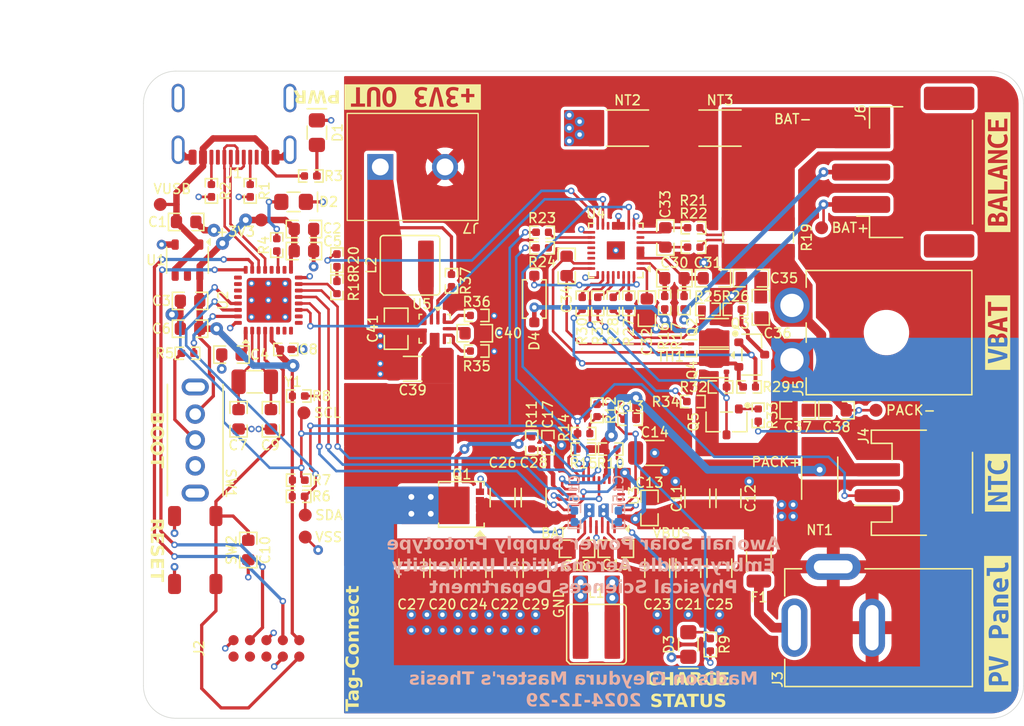
<source format=kicad_pcb>
(kicad_pcb (version 20240108) (generator "pcbnew") (generator_version "8.0")
  (title_block (title "Power Supply Board") (date "2024-12-29") (rev "02") (comment 2 "Prototype") (comment 3 "2024"))
  (layers (0 "F.Cu" signal) (1 "In1.Cu" signal) (2 "In2.Cu" signal) (31 "B.Cu" signal) (34 "B.Paste" user) (35 "F.Paste" user) (36 "B.SilkS" user "B.Silkscreen") (37 "F.SilkS" user "F.Silkscreen") (38 "B.Mask" user) (39 "F.Mask" user) (44 "Edge.Cuts" user))
  (net 0 "")
  (net 1 "VSS")
  (net 2 "GND")
  (net 3 "+3V3")
  (net 4 "/NRST")
  (net 5 "VBUS")
  (net 6 "Net-(U2-PC14-OSC32_IN)")
  (net 7 "AGND")
  (net 8 "Net-(D1-Pad1)")
  (net 9 "BAT+")
  (net 10 "Net-(D2-Pad1)")
  (net 11 "Net-(D3-Pad1)")
  (net 12 "/CC2")
  (net 14 "/CC1")
  (net 15 "/D_N")
  (net 16 "/D_P")
  (net 18 "/BAT_CHG_INT")
  (net 19 "/~{QON}")
  (net 20 "/SCL")
  (net 21 "/SDA")
  (net 22 "/~{CE}")
  (net 23 "Net-(F1-Pad1)")
  (net 26 "/SWDCLK")
  (net 27 "/SWDIO")
  (net 29 "/TS")
  (net 30 "Net-(Q4-Pad3)")
  (net 31 "/Battery Charger/REGN")
  (net 32 "/Battery Charger/ILIM_HZ")
  (net 33 "/VUSB")
  (net 35 "Net-(U2-PC15-OSC32_OUT)")
  (net 36 "Net-(U3-BTST1)")
  (net 37 "Net-(C35-Pad2)")
  (net 38 "PACK-")
  (net 39 "Net-(U3-SW1)")
  (net 40 "Net-(U3-BTST2)")
  (net 41 "Net-(U3-SW2)")
  (net 42 "/Battery Manager/VC4")
  (net 43 "/Battery Manager/VC1")
  (net 44 "/Battery Manager/PBI")
  (net 45 "Net-(C37-Pad2)")
  (net 46 "PACK+")
  (net 47 "Net-(U5-SS)")
  (net 48 "Net-(U3-STAT)")
  (net 49 "BAT-")
  (net 50 "/Battery Manager/1P")
  (net 51 "Net-(Q3-Pad1)")
  (net 52 "Net-(Q3-Pad3)")
  (net 53 "Net-(Q2-Pad3)")
  (net 54 "Net-(Q5-Pad1)")
  (net 55 "Net-(U2-PA9)")
  (net 56 "Net-(R5-Pad2)")
  (net 57 "Net-(U2-BOOT0)")
  (net 58 "Net-(U3-PROG)")
  (net 59 "/SYS_PRES")
  (net 60 "+3V3_OUT")
  (net 62 "Net-(Q2-Pad1)")
  (net 63 "VCC")
  (net 72 "/BTP_INT")
  (net 80 "Net-(U5-SW)")
  (net 81 "Net-(R18-Pad2)")
  (net 82 "Net-(U4-~{PRES}{slash}~{SHUTDN})")
  (net 83 "Net-(U5-MODE)")
  (net 84 "Net-(U5-FB)")
  (net 85 "/Battery Charger/BATP")
  (net 86 "VSYS")
  (net 87 "/Battery Charger/PMID")
  (net 88 "/Battery Charger/BAT")
  (net 89 "/Battery Charger/SDRV")
  (net 90 "/Battery Manager/SRN")
  (net 91 "/Battery Manager/SRP")
  (net 92 "/Battery Manager/PTC")
  (net 93 "/Battery Manager/BAT")
  (net 94 "/Battery Manager/SMBD")
  (net 95 "/Battery Manager/SMBC")
  (net 96 "/Battery Manager/CHG")
  (net 97 "/Battery Manager/PCHG")
  (net 98 "/Battery Manager/DSG")
  (net 99 "/Battery Manager/PACK")
  (net 101 "Net-(U5-PG)")
  (footprint "kibuzzard-6761CDCC" (layer "F.Cu") (at 130.8 84.5 180)
    (property "Reference" "kibuzzard-6761CDCC" (hide yes))
    (property "Value" "G***" (hide yes))
  )
  (footprint "lib_fp:EXC-34Q" (layer "F.Cu") (at 118.6 106.5)
    (property "Reference" "Y1")
    (property "Value" "ECS-327ATQMV" (hide yes))
  )
  (footprint "lib_fp:CRCW0402" (layer "F.Cu") (at 155.74 100.9)
    (property "Reference" "R26")
    (property "Value" "300R" (hide yes))
  )
  (footprint "lib_fp:MLCC0603" (layer "F.Cu") (at 119.85 109.4 -90)
    (property "Reference" "C9")
    (property "Value" "6pF" (hide yes))
  )
  (footprint "lib_fp:MLCC0603" (layer "F.Cu") (at 157.7 100.75 -90)
    (property "Reference" "C36")
    (property "Value" "100nF" (hide yes))
  )
  (footprint "lib_fp:LTST-0805" (layer "F.Cu") (at 152.1 126.8 90)
    (property "Reference" "D3")
    (property "Value" "LTST-C171GKT" (hide yes))
  )
  (footprint "kibuzzard-6761C60F" (layer "F.Cu") (at 176 102.7 90)
    (property "Reference" "kibuzzard-6761C60F" (hide yes))
    (property "Value" "G***" (hide yes))
  )
  (footprint "lib_fp:CRCW0402" (layer "F.Cu") (at 146.1 111.7 180)
    (property "Reference" "R10")
    (property "Value" "6K04" (hide yes))
  )
  (footprint "lib_fp:MLCC0603" (layer "F.Cu") (at 156.95 98.5)
    (property "Reference" "C35")
    (property "Value" "100nF" (hide yes))
  )
  (footprint "lib_fp:CRCW0402" (layer "F.Cu") (at 133.8 98.7 -90)
    (property "Reference" "R37")
    (property "Value" "100K" (hide yes))
  )
  (footprint "lib_fp:CRCW0402" (layer "F.Cu") (at 140 111.2 90)
    (property "Reference" "R11")
    (property "Value" "100R" (hide yes))
  )
  (footprint "lib_fp:MLCC0603" (layer "F.Cu") (at 113.6 102.4 180)
    (property "Reference" "C6")
    (property "Value" "1uF" (hide yes))
  )
  (footprint "lib_fp:MLCC0603" (layer "F.Cu") (at 148.9 100.85 90)
    (property "Reference" "C32")
    (property "Value" "2.2uF" (hide yes))
  )
  (footprint "lib_fp:MLCC1206" (layer "F.Cu") (at 149.7 120.9 -90)
    (property "Reference" "C23")
    (property "Value" "10uF" (hide yes))
  )
  (footprint "lib_fp:CRCW0402" (layer "F.Cu") (at 151.775 100.365 90)
    (property "Reference" "R17")
    (property "Value" "100R" (hide yes))
  )
  (footprint "lib_fp:SS-12D07-VG_GA_PA" (layer "F.Cu") (at 114 111 -90)
    (property "Reference" "SW1")
    (property "Value" "SS-12D07" (hide yes))
  )
  (footprint "lib_fp:CRCW0402" (layer "F.Cu") (at 147.6 109.4)
    (property "Reference" "R13")
    (property "Value" "100K" (hide yes))
  )
  (footprint "lib_fp:WSL1020" (layer "F.Cu") (at 157.5 95.35 -90)
    (property "Reference" "R19")
    (property "Value" "3mR" (hide yes))
  )
  (footprint "lib_fp:CRCW0402" (layer "F.Cu") (at 153.615 100.9 180)
    (property "Reference" "R25")
    (property "Value" "10M" (hide yes))
  )
  (footprint "lib_fp:MOLEX_2171790001" (layer "F.Cu") (at 117 84.575 180)
    (property "Reference" "J1")
    (property "Value" "USB_C_Receptacle_USB2.0" (hide yes))
  )
  (footprint "lib_fp:TP_1mm" (layer "F.Cu") (at 142.1 121.7)
    (property "Reference" "TP12" (hide yes))
    (property "Value" "GND")
  )
  (footprint "lib_fp:CRCW2010" (layer "F.Cu") (at 154.55 86.9 180)
    (property "Reference" "NT3")
    (property "Value" "Net-Tie" (hide yes))
  )
  (footprint "lib_fp:CRCW0402" (layer "F.Cu") (at 147.5 100.435 90)
    (property "Reference" "R27")
    (property "Value" "5K1" (hide yes))
  )
  (footprint "lib_fp:CRCW0402" (layer "F.Cu") (at 140.8 94.95 180)
    (property "Reference" "R23")
    (property "Value" "100R" (hide yes))
  )
  (footprint "lib_fp:CRCW0402" (layer "F.Cu") (at 140.8 96.15 180)
    (property "Reference" "R24")
    (property "Value" "100R" (hide yes))
  )
  (footprint "lib_fp:TP_1mm" (layer "F.Cu") (at 122.4 108.9)
    (property "Reference" "TP3" (hide yes))
    (property "Value" "SCL")
  )
  (footprint "lib_fp:MLCC1206" (layer "F.Cu") (at 140.3 120.9 -90)
    (property "Reference" "C29")
    (property "Value" "10uF" (hide yes))
  )
  (footprint "lib_fp:MLCC0603" (layer "F.Cu") (at 149.1 116.25 90)
    (property "Reference" "C13")
    (property "Value" "100nF" (hide yes))
  )
  (footprint "lib_fp:LTST-0805" (layer "F.Cu") (at 123.4 87.25 -90)
    (property "Reference" "D1")
    (property "Value" "LTST-C171GKT" (hide yes))
  )
  (footprint "lib_fp:TP_1mm" (layer "F.Cu") (at 141.85 117.05)
    (property "Reference" "TP6" (hide yes))
    (property "Value" "BAT")
  )
  (footprint "lib_fp:MLCC1206" (layer "F.Cu") (at 152.1 120.9 -90)
    (property "Reference" "C21")
    (property "Value" "10uF" (hide yes))
  )
  (footprint "lib_fp:MLCC1206" (layer "F.Cu") (at 137.75 115.45 90)
    (property "Reference" "C26")
    (property "Value" "10uF" (hide yes))
  )
  (footprint "lib_fp:CRCW0402" (layer "F.Cu") (at 145.05 108.7 90)
    (property "Reference" "R12")
    (property "Value" "187K" (hide yes))
  )
  (footprint "lib_fp:CRCW0402" (layer "F.Cu") (at 157.5 109.09 -90)
    (property "Reference" "R33")
    (property "Value" "10K" (hide yes))
  )
  (footprint "lib_fp:MLCC0402" (layer "F.Cu") (at 141.25 111.2 90)
    (property "Reference" "C17")
    (property "Value" "47nF" (hide yes))
  )
  (footprint "lib_fp:CRCW0402" (layer "F.Cu") (at 115.25 91.75 -90)
    (property "Reference" "R2")
    (property "Value" "5K1" (hide yes))
  )
  (footprint "lib_fp:SON2P65_100X60X50L50X25N" (layer "F.Cu") (at 152.3 103.9 -90)
    (property "Reference" "TH1")
    (property "Value" "10K" (hide yes))
  )
  (footprint "lib_fp:MLCC0603" (layer "F.Cu") (at 122.4 96.4)
    (property "Reference" "C5")
    (property "Value" "100nF" (hide yes))
  )
  (footprint "lib_fp:MLCC1206" (layer "F.Cu") (at 155.2 115.5 90)
    (property "Reference" "C12")
    (property "Value" "10uF" (hide yes))
  )
  (footprint "lib_fp:MLCC0603" (layer "F.Cu") (at 135.6 102.75)
    (property "Reference" "C40")
    (property "Value" "1000pF" (hide yes))
  )
  (footprint "lib_fp:MLCC0603" (layer "F.Cu") (at 142.7 97.55 90)
    (property "Reference" "C34")
    (property "Value" "100nF" (hide yes))
  )
  (footprint "kibuzzard-67280F1F" (layer "F.Cu") (at 176 90.3 90)
    (property "Reference" "kibuzzard-67280F1F" (hide yes))
    (property "Value" "G***" (hide yes))
  )
  (footprint "lib_fp:PJ-002A" (layer "F.Cu") (at 163.3 125.5 180)
    (property "Reference" "J3")
    (property "Value" "Barrel_Jack_Switch" (hide yes))
  )
  (footprint "lib_fp:UDFN6P65_200X200X65L30X25N" (layer "F.Cu") (at 154.1 105.085 180)
    (property "Reference" "Q4")
    (property "Value" "BUK6D72-30EX" (hide yes))
  )
  (footprint "lib_fp:RQM0029A" (layer "F.Cu") (at 145 116 180)
    (property "Reference" "U3")
    (property "Value" "BQ25798" (hide yes))
  )
  (footprint "lib_fp:MLCC1206" (layer "F.Cu") (at 137.9 120.9 -90)
    (property "Reference" "C22")
    (property "Value" "10uF" (hide yes))
  )
  (footprint "lib_fp:TP_1mm" (layer "F.Cu") (at 150.7 117.1)
    (property "Reference" "TP5" (hide yes))
    (property "Value" "VBUS")
  )
  (footprint "lib_fp:TP_1mm" (layer "F.Cu") (at 122.5 118.5)
    (property "Reference" "TP11" (hide yes))
    (property "Value" "VSS")
  )
  (footprint "lib_fp:CRCW0402" (layer "F.Cu") (at 122 107.6)
    (property "Reference" "R8")
    (property "Value" "10K" (hide yes))
  )
  (footprint "lib_fp:CRCW0402" (layer "F.Cu") (at 145.1 100.435 90)
    (property "Reference" "R31")
    (property "Value" "5K1" (hide yes))
  )
  (footprint "lib_fp:MLCC1206" (layer "F.Cu") (at 154.5 120.9 -90)
    (property "Reference" "C25")
    (property "Value" "10uF" (hide yes))
  )
  (footprint "lib_fp:MLCC0603" (layer "F.Cu") (at 113.3 94.15)
    (property "Reference" "C1")
    (property "Value" "1uF" (hide yes))
  )
  (footprint "lib_fp:MLCC0805" (layer "F.Cu") (at 129.525 102.4 -90)
    (property "Reference" "C41")
    (property "Value" "22uF" (hide yes))
  )
  (footprint "lib_fp:SOT23-3P95_230X290X100L43X30N" (layer "F.Cu") (at 157 104.4 -90)
    (property "Reference" "Q3")
    (property "Value" "NXV90EP" (hide yes))
  )
  (footprint "lib_fp:CRCW0402" (layer "F.Cu") (at 122.935 90.6)
    (property "Reference" "R3")
    (property "Value" "300R" (hide yes))
  )
  (footprint "lib_fp:MLCC0603" (layer "F.Cu") (at 116.8 104.4 180)
    (property "Reference" "C4")
    (property "Value" "100nF" (hide yes))
  )
  (footprint "lib_fp:CRCW0402" (layer "F.Cu") (at 135.75 104.125)
    (property "Reference" "R35")
    (property "Value" "40K2" (hide yes))
  )
  (footprint "lib_fp:CRCW0402" (layer "F.Cu") (at 152.45 108.025 180)
    (property "Reference" "R34")
    (property "Value" "10K" (hide yes))
  )
  (footprint "lib_fp:TP_1mm" (layer "F.Cu") (at 166.6 108.7)
    (property "Reference" "TP10" (hide yes))
    (property "Value" "PACK-")
  )
  (footprint "lib_fp:WE-XHMI-4030" (layer "F.Cu") (at 145 126 90)
    (property "Reference" "L1")
    (property "Value" "2.2uH" (hide yes))
  )
  (footprint "lib_fp:MLCC0603" (layer "F.Cu") (at 143.5 119.4)
    (property "Reference" "C18")
    (property "Value" "100nF" (hide yes))
  )
  (footprint "lib_fp:1726480102" (layer "F.Cu") (at 163.7575 102.7 90)
    (property "Reference" "J5")
    (property "Value" "1726480102" (hide yes))
  )
  (footprint "lib_fp:CRCW0402" (layer "F.Cu") (at 113.4 104.3 180)
    (property "Reference" "R5")
    (property "Value" "10K" (hide yes))
  )
  (footprint "lib_fp:CRCW0402" (layer "F.Cu") (at 156.8 106.9 180)
    (property "Reference" "R29")
    (property "Value" "300R" (hide yes))
  )
  (footprint "lib_fp:LTST-0805" (layer "F.Cu") (at 121.6 92.6 180)
    (property "Reference" "D2")
    (property "Value" "LTST-C171KRKT" (hide yes))
  )
  (footprint "lib_fp:TP_1mm" (layer "F.Cu") (at 122.5 116.8)
    (property "Reference" "TP4" (hide yes))
    (property "Value" "SDA")
  )
  (footprint "lib_fp:JST-PH-S2B-SM4-TB" (layer "F.Cu") (at 170.5 114.3 90)
    (property "Reference" "J4")
    (property "Value" "S2B-PH-SM4-TB" (hide yes))
  )
  (footprint "lib_fp:WE-XHMI-4030" (layer "F.Cu") (at 130.6 97.5 90)
    (property "Reference" "L2")
    (property "Value" "1uH" (hide yes))
  )
  (footprint "lib_fp:SOT23-5P95_280X300X110L40X38N" (layer "F.Cu") (at 113.4 97.1 180)
    (property "Reference" "U1")
    (property "Value" "AP2112K-3.3" (hide yes))
  )
  (footprint "lib_fp:RYT0009A" (layer "F.Cu") (at 132.5 102.4 -90)
    (property "Reference" "U5")
    (property "Value" "TPS62993-Q1" (hide yes))
  )
  (footprint "lib_fp:TP_1mm" (layer "F.Cu") (at 111.3 92.8)
    (property "Reference" "TP1" (hide yes))
    (property "Value" "VUSB")
  )
  (footprint "lib_fp:CRCW0402" (layer "F.Cu") (at 152.5 96.1 180)
    (property "Reference" "R22")
    (property "Value" "100R" (hide yes))
  )
  (footprint "lib_fp:CRCW0402" (layer "F.Cu") (at 121.99 115.35)
    (property "Reference" "R6")
    (property "Value" "10K" (hide yes))
  )
  (footprint "lib_fp:MLCC0603" (layer "F.Cu") (at 154 98.5)
    (property "Reference" "C31")
    (property "Value" "100nF" (hide yes))
  )
  (footprint "lib_fp:MLCC1206" (layer "F.Cu") (at 133.1 120.9 -90)
    (property "Reference" "C20")
    (property "Value" "10uF" (hide yes))
  )
  (footprint "lib_fp:UDFN6P65_200X200X65L30X25N" (layer "F.Cu") (at 154.1 102.715)
    (property "Reference" "Q2")
    (property "Value" "BUK6D72-30EX" (hide yes))
  )
  (footprint "lib_fp:CRCW2010" (layer "F.Cu") (at 147.4 86.9 180)
    (property "Reference" "NT2")
    (property "Value" "Net-Tie" (hide yes))
  )
  (footprint "lib_fp:MLCC0603" (layer "F.Cu") (at 118.1 119.5 -90)
    (property "Reference" "C10")
    (property "Value" "100nF" (hide yes))
  )
  (footprint "kibuzzard-6761C4DA" (layer "F.Cu") (at 176 114.3 90)
    (property "Reference" "kibuzzard-6761C4DA" (hide yes))
    (property "Value" "G***" (hide yes))
  )
  (footprint "lib_fp:MLCC0603" (layer "F.Cu") (at 122.4 94.7)
    (property "Reference" "C2")
    (property "Value" "4.7uF" (hide yes))
  )
  (footprint "lib_fp:CRCW0402" (layer "F.Cu") (at 153.8 126.8 90)
    (property "Reference" "R9")
    (property "Value" "2K2" (hide yes))
  )
  (footprint "lib_fp:SOT23-3P95_230X290X100L43X30N" (layer "F.Cu") (at 155.05 109.6 180)
    (property "Reference" "Q5")
    (property "Value" "2N7002NXAK" (hide yes))
  )
  (footprint "lib_fp:CRCW0402" (layer "F.Cu") (at 144 110.5 180)
    (property "Reference" "R14")
    (property "Value" "5K1" (hide yes))
  )
  (footprint "lib_fp:MLCC0603" (layer "F.Cu") (at 113.6 100.25 180)
    (property "Reference" "C3")
    (property "Value" "1uF" (hide yes))
  )
  (footprint "lib_fp:MLCC1206" (layer "F.Cu") (at 140.15 115.45 90)
    (property "Reference" "C28")
    (property "Value" "10uF" (hide yes))
  )
  (footprint "lib_fp:CRCW0402" (layer "F.Cu") (at 120.3 95.94 -90)
    (property "Reference" "R4")
    (property "Value" "100R" (hide yes))
  )
  (footprint "lib_fp:CRCW2010" (layer "F.Cu") (at 162.25 113.95 90)
    (property "Reference" "NT1")
    (property "Value" "Net-Tie" (hide yes))
  )
  (footprint "lib_fp:MLCC1206" (layer "F.Cu") (at 130.7 120.9 -90)
    (property "Reference" "C27")
    (property "Value" "10uF" (hide yes))
  )
  (footprint "lib_fp:PTS1206" (layer "F.Cu") (at 157.55 120.4 90)
    (property "Reference" "F1")
    (property "Value" "PTS12066V200" (hide yes))
  )
  (footprint "lib_fp:CRCW0402" (layer "F.Cu") (at 154.59 106.9)
    (property "Reference" "R32")
    (property "Value" "10M" (hide yes))
  )
  (footprint "lib_fp:TC2050-FP" (layer "F.Cu") (at 119.5 127.1 180)
    (property "Reference" "J2")
    (property "Value" "~" (hide yes))
  )
  (footprint "lib_fp:JST_XH_S3B-SM4-TB" (layer "F.Cu") (at 168.7 90.3 90)
    (property "Reference" "J6")
    (property "Value" "S3B-XH-SM4-TB" (hide yes))
  )
  (footprint "lib_fp:MLCC0603" (layer "F.Cu") (at 117.35 109.4 -90)
    (property "Reference" "C7")
    (property "Value" "6pF" (hide yes))
  )
  (footprint "lib_fp:SOD123" (layer "F.Cu") (at 140.2 100.105 90)
    (property "Reference" "D4")
    (property "Value" "B0530W" (hide yes))
  )
  (footprint "lib_fp:TP_1mm" (layer "F.Cu") (at 158.9 111.4)
    (property "Reference" "TP7" (hide yes))
    (property "Value" "PACK+")
  )
  (footprint "lib_fp:CRCW0402" (layer "F.Cu") (at 124.95 99.2 90)
    (property "Reference" "R18")
    (property "Value" "100R" (hide yes))
  )
  (footprint "lib_fp:SON8P65_330X330X100L45X34N" (layer "F.Cu") (at 134.565 115.975 90)
    (property "Reference" "Q1")
    (property "Value" "CSD17575Q3" (hide yes))
  )
  (footprint "lib_fp:MLCC0603" (layer "F.Cu") (at 160.55 108.7)
    (property "Reference" "C37")
    (property "Value" "100nF" (hide yes))
  )
  (footprint "lib_fp:MLCC0603" (layer "F.Cu") (at 150.325 95.35 -90)
    (property "Reference" "C33")
    (property "Value" "100nF" (hide yes))
  )
  (footprint "lib_fp:SW_4.5x4.5" (layer "F.Cu") (at 114 119.5 -90)
    (property "Reference" "SW2")
    (property "Value" "PTS647" (hide yes))
  )
  (footprint "lib_fp:MLCC1206" (layer "F.Cu") (at 149.5 112)
    (property "Reference" "C14")
    (property "Value" "4.7uF" (hide yes))
  )
  (footprint "lib_fp:RSM0032A" (layer "F.Cu") (at 146.5 96.35 180)
    (property "Reference" "U4")
    (property "Value" "BQ40Z50-R2" (hide yes))
  )
  (footprint "lib_fp:5mmTerminalBlock" (layer "F.Cu") (at 130.8 89.9)
    (property "Reference" "J7")
    (property "Value" "1729018" (hide yes))
  )
  (footprint "lib_fp:TP_1mm" (layer "F.Cu") (at 162.4 94.6)
    (property "Reference" "TP9" (hide yes))
    (property "Value" "BAT+")
  )
  (footprint "lib_fp:MLCC1206" (layer "F.Cu") (at 130.8 105.5 180)
    (property "Reference" "C39")
    (property "Value" "10uF" (hide yes))
  )
  (footprint "lib_fp:CRCW0402" (layer "F.Cu") (at 143.9 100.435 90)
    (property "Reference" "R30")
    (property "Value" "100R" (hide yes))
  )
  (footprint "kibuzzard-67280EE7" (layer "F.Cu") (at 176 125.2 90)
    (property "Reference" "kibuzzard-67280EE7" (hide yes))
    (property "Value" "G***" (hide yes))
  )
  (footprint "lib_fp:CRCW0402" (layer "F.Cu") (at 150.275 100.365 90)
    (property "Reference" "R16")
    (property "Value" "100R" (hide yes))
  )
  (footprint "lib_fp:MLCC0603" (layer "F.Cu") (at 151.025 98.5)
    (property "Reference" "C30")
    (property "Value" "100nF" (hide yes))
  )
  (footprint "lib_fp:CRCW0402" (layer "F.Cu") (at 122 114.1)
    (property "Reference" "R7")
    (property "Value" "10K" (hide yes))
  )
  (footprint "lib_fp:MLCC1206" (layer "F.Cu") (at 135.5 120.9 -90)
    (property "Reference" "C24")
    (property "Value" "10uF" (hide yes))
  )
  (footprint "lib_fp:CRCW0402" (layer "F.Cu") (at 144 111.7)
    (property "Reference" "R15")
    (property "Value" "29K4" (hide yes))
  )
  (footprint "lib_fp:MLCC0603" (layer "F.Cu") (at 163.55 108.7)
    (property "Reference" "C38")
    (property "Value" "100nF" (hide yes))
  )
  (footprint "lib_fp:MLCC0402" (layer "F.Cu") (at 121 104)
    (property "Reference" "C8")
    (property "Value" "10nF" (hide yes))
  )
  (footprint "lib_fp:CRCW0402" (layer "F.Cu") (at 118.25 91.75 -90)
    (property "Reference" "R1")
    (property "Value" "5K1" (hide yes))
  )
  (footprint "lib_fp:CRCW0402" (layer "F.Cu") (at 135.75 101.375)
    (property "Reference" "R36")
    (property "Value" "249K" (hide yes))
  )
  (footprint "lib_fp:TP_1mm" (layer "F.Cu") (at 119.1 94)
    (property "Reference" "TP2" (hide yes))
    (property "Value" "+3V3")
  )
  (footprint "lib_fp:CRCW0402" (layer "F.Cu") (at 146.3 100.435 90)
    (property "Reference" "R28")
    (property "Value" "5K1" (hide yes))
  )
  (footprint "lib_fp:CRCW0402" (layer "F.Cu") (at 152.5 94.6 180)
    (property "Reference" "R21")
    (property "Value" "100R" (hide yes))
  )
  (footprint "lib_fp:MLCC0603" (layer "F.Cu") (at 146.5 119.4 180)
    (property "Reference" "C19")
    (property "Value" "100nF" (hide yes))
  )
  (footprint "lib_fp:CRCW0402" (layer "F.Cu") (at 124.95 97.1 90)
    (property "Reference" "R20")
    (property "Value" "100R" (hide yes))
  )
  (footprint "lib_fp:UFQFPN32" (layer "F.Cu") (at 119.65 100.2 90)
    (property "Reference" "U2")
    (property "Value" "STM32L052K6" (hide yes))
  )
  (footprint "lib_fp:MLCC1206" (layer "F.Cu") (at 152.8 115.5 90)
    (property "Reference" "C11")
    (property "Value" "10uF" (hide yes))
  )
  (footprint "lib_fp:TP_1mm" (layer "F.Cu") (at 162.4 86.2)
    (property "Reference" "TP8" (hide yes))
    (property "Value" "BAT-")
  )
  (footprint "lib_fp:MLCC0402" (layer "B.Cu") (at 143.3 116.9 90)
    (property "Reference" "C16")
    (property "Value" "47nF" (hide yes))
  )
  (footprint "lib_fp:MLCC0402" (layer "B.Cu") (at 146.7 116.9 -90)
    (property "Reference" "C15")
    (property "Value" "47nF" (hide yes))
  )
  (gr_line (start 112.5 132.5) (end 175.5 132.5) (stroke (width 0.05)) (layer "Edge.Cuts"))
  (gr_arc (start 110 85) (mid 110.732233 83.232233) (end 112.5 82.5) (stroke (width 0.05)) (layer "Edge.Cuts"))
  (gr_line (start 175.5 82.5) (end 112.5 82.5) (stroke (width 0.05)) (layer "Edge.Cuts"))
  (gr_arc (start 178 130) (mid 177.267767 131.767767) (end 175.5 132.5) (stroke (width 0.05)) (layer "Edge.Cuts"))
  (gr_line (start 110 85) (end 110 130) (stroke (width 0.05)) (layer "Edge.Cuts"))
  (gr_arc (start 112.5 132.5) (mid 110.732233 131.767767) (end 110 130) (stroke (width 0.05)) (layer "Edge.Cuts"))
  (gr_arc (start 175.5 82.5) (mid 177.267767 83.232233) (end 178 85) (stroke (width 0.05)) (layer "Edge.Cuts"))
  (gr_line (start 178 130) (end 178 85) (stroke (width 0.05)) (layer "Edge.Cuts"))
  (gr_text "Madison Gleydura Master's Thesis\n2024-12-29" (at 144 131.75 0) (layer "B.SilkS") (effects (font (size 1 1) (thickness 0.2) (bold yes)) (justify bottom mirror)))
  (gr_text "Awohali Solar Power Supply Prototype\nEmbry-Riddle Aeronautical University\nPhysical Sciences Department" (at 144 123 0) (layer "B.SilkS") (effects (font (size 1 1) (thickness 0.2) (bold yes)) (justify bottom mirror)))
  (gr_text "BOOT" (at 110.4 111 270) (layer "F.SilkS") (effects (font (size 1 1) (thickness 0.2) (bold yes)) (justify bottom)))
  (gr_text "CHARGE\nSTATUS" (at 152.1 131.8 0) (layer "F.SilkS") (effects (font (size 1 1) (thickness 0.25) (bold yes)) (justify bottom)))
  (gr_text "PWR" (at 123.4 84.4 180) (layer "F.SilkS") (effects (font (size 1 1) (thickness 0.25) (bold yes))))
  (gr_text "RESET" (at 110.4 119.5 270) (layer "F.SilkS") (effects (font (size 1 1) (thickness 0.2) (bold yes)) (justify bottom)))
  (gr_text "Tag-Connect" (at 126.8 127.1 90) (layer "F.SilkS") (effects (font (size 1 1) (thickness 0.2) (bold yes)) (justify bottom)))
  (segment (start 145 117.7) (end 145 118.55) (width 0.2) (layer "F.Cu") (net 1))
  (segment (start 112.85 101.3) (end 112.85 102.4) (width 0.5) (layer "F.Cu") (net 1))
  (segment (start 144.05 94.95) (end 144.6 94.95) (width 0.2) (layer "F.Cu") (net 1))
  (segment (start 120.77 127.83) (end 120.1 128.5) (width 0.25) (layer "F.Cu") (net 1))
  (segment (start 120.2 89.15) (end 120.745 89.15) (width 0.5) (layer "F.Cu") (net 1))
  (segment (start 147.9 94.45) (end 147.9 93.9) (width 0.2) (layer "F.Cu") (net 1))
  (segment (start 116.05 104.4) (end 116.05 105.5) (width 0.3) (layer "F.Cu") (net 1))
  (segment (start 117.25 101.95) (end 117.1 101.95) (width 0.25) (layer "F.Cu") (net 1))
  (segment (start 117.365 92.215) (end 118.25 92.215) (width 0.2) (layer "F.Cu") (net 1))
  (segment (start 116.32 127.1) (end 116.92 126.5) (width 0.25) (layer "F.Cu") (net 1))
  (segment (start 112.45 95.9) (end 111.4 95.9) (width 0.5) (layer "F.Cu") (net 1))
  (segment (start 114.694543 94.794543) (end 114.05 94.15) (width 0.5) (layer "F.Cu") (net 1))
  (segment (start 112.85 100.25) (end 112.85 101.3) (width 0.5) (layer "F.Cu") (net 1))
  (segment (start 112.4 116.9) (end 112.4 118.2) (width 0.25) (layer "F.Cu") (net 1))
  (segment (start 147.9 93.9) (end 148.075 93.725) (width 0.2) (layer "F.Cu") (net 1))
  (segment (start 113.8 89.15) (end 113.255 89.15) (width 0.5) (layer "F.Cu") (net 1))
  (segment (start 122.3 104) (end 121.437 104) (width 0.3) (layer "F.Cu") (net 1))
  (segment (start 118.35 110.15) (end 117.35 110.15) (width 0.2) (layer "F.Cu") (net 1))
  (segment (start 118.9 110.15) (end 119.85 110.15) (width 0.2) (layer "F.Cu") (net 1))
  (segment (start 143.825 94.725) (end 144.05 94.95) (width 0.2) (layer "F.Cu") (net 1))
  (segment (start 115.25 92.215) (end 114.265 92.215) (width 0.2) (layer "F.Cu") (net 1))
  (segment (start 118.1 120.25) (end 118.1 121.6) (width 0.25) (layer "F.Cu") (net 1))
  (segment (start 121.95 98.45) (end 122.75 98.45) (width 0.25) (layer "F.Cu") (net 1))
  (segment (start 120.06 125.9) (end 119.5 126.46) (width 0.25) (layer "F.Cu") (net 1))
  (segment (start 120.745 89.15) (end 121.32 88.575) (width 0.5) (layer "F.Cu") (net 1))
  (segment (start 122.75 98.45) (end 122.85 98.35) (width 0.25) (layer "F.Cu") (net 1))
  (segment (start 112.4 122.125) (end 112.4 120.8) (width 0.25) (layer "F.Cu") (net 1))
  (segment (start 146.7 94.45) (end 146.7 93.7) (width 0.25) (layer "F.Cu") (net 1))
  (segment (start 115.444972 94.794543) (end 114.694543 94.794543) (width 0.5) (layer "F.Cu") (net 1))
  (segment (start 120.77 127.77) (end 120.77 127.83) (width 0.25) (layer "F.Cu") (net 1))
  (segment (start 113.255 89.15) (end 112.68 88.575) (width 0.5) (layer "F.Cu") (net 1))
  (segment (start 123.4 86.3) (end 124.5 86.3) (width 0.25) (layer "F.Cu") (net 1))
  (segment (start 145.1 98.45) (end 144.15 98.45) (width 0.2) (layer "F.Cu") (net 1))
  (segment (start 112.85 101.3) (end 112.2 101.3) (width 0.5) (layer "F.Cu") (net 1))
  (segment (start 123.15 94.7) (end 123.15 96.4) (width 0.5) (layer "F.Cu") (net 1))
  (segment (start 119.5 126.46) (end 119.5 126.465) (width 0.25) (layer "F.Cu") (net 1))
  (segment (start 122.5 118.5) (end 123.5 119.5) (width 0.2) (layer "F.Cu") (net 1))
  (segment (start 116.92 126.5) (end 116.96 126.5) (width 0.25) (layer "F.Cu") (net 1))
  (segment (start 117.1 101.95) (end 116.7 102.35) (width 0.25) (layer "F.Cu") (net 1))
  (segment (start 123.85 92.6) (end 122.55 92.6) (width 0.25) (layer "F.Cu") (net 1))
  (segment (start 123.15 96.4) (end 123.15 97.6) (width 0.3) (layer "F.Cu") (net 1))
  (segment (start 145.1 98.25) (end 145.1 98.45) (width 0.2) (layer "F.Cu") (net 1))
  (via (at 112.4 118.2) (size 0.6) (drill 0.3) (layers "F.Cu" "B.Cu") (net 1))
  (via (at 143.7 86.4) (size 0.75) (drill 0.35) (layers "F.Cu" "B.Cu") (net 1))
  (via (at 123.15 97.6) (size 0.75) (drill 0.35) (layers "F.Cu" "B.Cu") (net 1))
  (via (at 118.35 110.15) (size 0.5) (drill 0.275) (layers "F.Cu" "B.Cu") (net 1))
  (via (at 146.7 93.7) (size 0.5) (drill 0.275) (layers "F.Cu" "B.Cu") (net 1))
  (via (at 120.06 125.9) (size 0.5) (drill 0.275) (layers "F.Cu" "B.Cu") (net 1))
  (via (at 148.075 93.725) (size 0.5) (drill 0.275) (layers "F.Cu" "B.Cu") (net 1))
  (via (at 111.4 95.9) (size 0.75) (drill 0.35) (layers "F.Cu" "B.Cu") (net 1))
  (via (at 112.4 120.8) (size 0.6) (drill 0.3) (layers "F.Cu" "B.Cu") (net 1))
  (via (at 124.5 86.3) (size 0.5) (drill 0.275) (layers "F.Cu" "B.Cu") (net 1))
  (via (at 116.05 105.5) (size 0.75) (drill 0.35) (layers "F.Cu" "B.Cu") (net 1))
  (via (at 120.95 101.5) (size 0.5) (drill 0.275) (layers "F.Cu" "B.Cu") (net 1))
  (via (at 122.3 104) (size 0.75) (drill 0.35) (layers "F.Cu" "B.Cu") (net 1))
  (via (at 123.85 92.6) (size 0.5) (drill 0.275) (layers "F.Cu" "B.Cu") (net 1))
  (via (at 122.85 98.35) (size 0.5) (drill 0.275) (layers "F.Cu" "B.Cu") (net 1))
  (via (at 119.65 101.5) (size 0.5) (drill 0.275) (layers "F.Cu" "B.Cu") (net 1))
  (via (at 144.15 98.45) (size 0.5) (drill 0.275) (layers "F.Cu" "B.Cu") (net 1))
  (via (at 120.95 100.2) (size 0.5) (drill 0.275) (layers "F.Cu" "B.Cu") (net 1))
  (via (at 116.7 102.35) (size 0.5) (drill 0.275) (layers "F.Cu" "B.Cu") (net 1))
  (via (at 118.35 98.9) (size 0.5) (drill 0.275) (layers "F.Cu" "B.Cu") (net 1))
  (via (at 116.32 127.1) (size 0.5) (drill 0.275) (layers "F.Cu" "B.Cu") (net 1))
  (via (at 118.1 121.6) (size 0.5) (drill 0.275) (layers "F.Cu" "B.Cu") (net 1))
  (via (at 112.2 101.3) (size 1) (drill 0.45) (layers "F.Cu" "B.Cu") (net 1))
  (via (at 118.35 101.5) (size 0.5) (drill 0.275) (layers "F.Cu" "B.Cu") (net 1))
  (via (at 142.9 87.9) (size 0.75) (drill 0.35) (layers "F.Cu" "B.Cu") (net 1))
  (via (at 120.1 128.5) (size 0.5) (drill 0.275) (layers "F.Cu" "B.Cu") (net 1))
  (via (at 119.65 100.2) (size 0.5) (drill 0.275) (layers "F.Cu" "B.Cu") (net 1))
  (via (at 119.65 98.9) (size 0.5) (drill 0.275) (layers "F.Cu" "B.Cu") (net 1))
  (via (at 120.95 98.9) (size 0.5) (drill 0.275) (layers "F.Cu" "B.Cu") (net 1))
  (via (at 118.35 100.2) (size 0.5) (drill 0.275) (layers "F.Cu" "B.Cu") (net 1))
  (via (at 123.5 119.5) (size 0.75) (drill 0.35) (layers "F.Cu" "B.Cu") (net 1))
  (via (at 145 118.55) (size 0.5) (drill 0.275) (layers "F.Cu" "B.Cu") (net 1))
  (via (at 142.9 85.9) (size 0.75) (drill 0.35) (layers "F.Cu" "B.Cu") (net 1))
  (via (at 143.7 87.4) (size 0.75) (drill 0.35) (layers "F.Cu" "B.Cu") (net 1))
  (via (at 143.825 94.725) (size 0.5) (drill 0.275) (layers "F.Cu" "B.Cu") (net 1))
  (via (at 146.5 96.35) (size 0.5) (drill 0.275) (layers "F.Cu" "B.Cu") (net 1))
  (via (at 118.9 110.15) (size 0.5) (drill 0.275) (layers "F.Cu" "B.Cu") (net 1))
  (via (at 115.444972 94.794543) (size 1) (drill 0.45) (layers "F.Cu" "B.Cu") (net 1))
  (via (at 114.265 92.215) (size 0.5) (drill 0.275) (layers "F.Cu" "B.Cu") (net 1))
  (via (at 117.365 92.215) (size 0.5) (drill 0.275) (layers "F.Cu" "B.Cu") (net 1))
  (via (at 142.9 86.9) (size 0.75) (drill 0.35) (layers "F.Cu" "B.Cu") (net 1))
  (via (at 154.5 125.7) (size 0.75) (drill 0.35) (layers "F.Cu" "B.Cu") (net 2))
  (via (at 142.3 111.4) (size 0.75) (drill 0.35) (layers "F.Cu" "B.Cu") (net 2))
  (via (at 133.1 124.5) (size 0.75) (drill 0.35) (layers "F.Cu" "B.Cu") (net 2))
  (via (at 149.7 125.7) (size 0.75) (drill 0.35) (layers "F.Cu" "B.Cu") (net 2))
  (via (at 151.1 114.2) (size 0.75) (drill 0.35) (layers "F.Cu" "B.Cu") (net 2))
  (via (at 149.7 124.5) (size 0.75) (drill 0.35) (layers "F.Cu" "B.Cu") (net 2))
  (via (at 140.3 125.7) (size 0.75) (drill 0.35) (layers "F.Cu" "B.Cu") (net 2))
  (via (at 137.9 125.7) (size 0.75) (drill 0.35) (layers "F.Cu" "B.Cu") (net 2))
  (via (at 128.3 103.75) (size 0.5) (drill 0.275) (layers "F.Cu" "B.Cu") (net 2))
  (via (at 160.2 116) (size 0.75) (drill 0.35) (layers "F.Cu" "B.Cu") (net 2))
  (via (at 139.1 125.7) (size 0.75) (drill 0.35) (layers "F.Cu" "B.Cu") (net 2))
  (via (at 131.9 125.7) (size 0.75) (drill 0.35) (layers "F.Cu" "B.Cu") (net 2))
  (via (at 128.3 105.9) (size 0.5) (drill 0.275) (layers "F.Cu" "B.Cu") (net 2))
  (via (at 140.3 124.5) (size 0.75) (drill 0.35) (layers "F.Cu" "B.Cu") (net 2))
  (via (at 136.7 125.7) (size 0.75) (drill 0.35) (layers "F.Cu" "B.Cu") (net 2))
  (via (at 137.1 104.15) (size 0.5) (drill 0.275) (layers "F.Cu" "B.Cu") (net 2))
  (via (at 131.9 124.5) (size 0.75) (drill 0.35) (layers "F.Cu" "B.Cu") (net 2))
  (via (at 134.3 125.7) (size 0.75) (drill 0.35) (layers "F.Cu" "B.Cu") (net 2))
  (via (at 149.5 112) (size 0.75) (drill 0.35) (layers "F.Cu" "B.Cu") (net 2))
  (via (at 133.1 125.7) (size 0.75) (drill 0.35) (layers "F.Cu" "B.Cu") (net 2))
  (via (at 137.9 124.5) (size 0.75) (drill 0.35) (layers "F.Cu" "B.Cu") (net 2))
  (via (at 137.1 101.4) (size 0.5) (drill 0.275) (layers "F.Cu" "B.Cu") (net 2))
  (via (at 156.8 114.2) (size 0.75) (drill 0.35) (layers "F.Cu" "B.Cu") (net 2))
  (via (at 154.5 124.5) (size 0.75) (drill 0.35) (layers "F.Cu" "B.Cu") (net 2))
  (via (at 152.1 124.5) (size 0.75) (drill 0.35) (layers "F.Cu" "B.Cu") (net 2))
  (via (at 130.7 124.5) (size 0.75) (drill 0.35) (layers "F.Cu" "B.Cu") (net 2))
  (via (at 159.3 116.9) (size 0.75) (drill 0.35) (layers "F.Cu" "B.Cu") (net 2))
  (via (at 150.3 113.4) (size 0.75) (drill 0.35) (layers "F.Cu" "B.Cu") (net 2))
  (via (at 135.5 124.5) (size 0.75) (drill 0.35) (layers "F.Cu" "B.Cu") (net 2))
  (via (at 130.7 125.7) (size 0.75) (drill 0.35) (layers "F.Cu" "B.Cu") (net 2))
  (via (at 153.3 97.3) (size 0.75) (drill 0.35) (layers "F.Cu" "B.Cu") (net 2))
  (via (at 160.2 116.9) (size 0.75) (drill 0.35) (layers "F.Cu" "B.Cu") (net 2))
  (via (at 139.1 124.5) (size 0.75) (drill 0.35) (layers "F.Cu" "B.Cu") (net 2))
  (via (at 128.3 105.1) (size 0.5) (drill 0.275) (layers "F.Cu" "B.Cu") (net 2))
  (via (at 135.5 125.7) (size 0.75) (drill 0.35) (layers "F.Cu" "B.Cu") (net 2))
  (via (at 134.3 124.5) (size 0.75) (drill 0.35) (layers "F.Cu" "B.Cu") (net 2))
  (via (at 128.3 102.95) (size 0.5) (drill 0.275) (layers "F.Cu" "B.Cu") (net 2))
  (via (at 137.5 102.7) (size 0.5) (drill 0.275) (layers "F.Cu" "B.Cu") (net 2))
  (via (at 136.7 124.5) (size 0.75) (drill 0.35) (layers "F.Cu" "B.Cu") (net 2))
  (via (at 159.3 116) (size 0.75) (drill 0.35) (layers "F.Cu" "B.Cu") (net 2))
  (via (at 149.6 102.4) (size 0.75) (drill 0.35) (layers "F.Cu" "B.Cu") (net 2))
  (segment (start 117.9 94) (end 120.95 94) (width 0.5) (layer "F.Cu") (net 3))
  (segment (start 115.65 102.4) (end 114.35 102.4) (width 0.5) (layer "F.Cu") (net 3))
  (segment (start 120.563 104.448487) (end 120.563 104) (width 0.5) (layer "F.Cu") (net 3))
  (segment (start 114.35 103.1) (end 115.1 103.85) (width 0.25) (layer "F.Cu") (net 3))
  (segment (start 121.55 105.25) (end 121.364513 105.25) (width 0.5) (layer "F.Cu") (net 3))
  (segment (start 117.55 104.4) (end 117.9 104.05) (width 0.3) (layer "F.Cu") (net 3))
  (segment (start 116.1 95.8) (end 114.35 97.55) (width 0.5) (layer "F.Cu") (net 3))
  (segment (start 114.35 97.55) (end 114.35 98.3) (width 0.5) (layer "F.Cu") (net 3))
  (segment (start 114.35 102.4) (end 114.35 103.1) (width 0.25) (layer "F.Cu") (net 3))
  (segment (start 115.1 105.9) (end 115.4 106.2) (width 0.25) (layer "F.Cu") (net 3))
  (segment (start 115.4 107.6) (end 114 109) (width 0.25) (layer "F.Cu") (net 3))
  (segment (start 117.9 104.05) (end 117.9 102.55) (width 0.3) (layer "F.Cu") (net 3))
  (segment (start 121.5 125.925) (end 121.5 105.3) (width 0.25) (layer "F.Cu") (net 3))
  (segment (start 119.9 103.337) (end 120.563 104) (width 0.3) (layer "F.Cu") (net 3))
  (segment (start 120.95 94) (end 121.65 94.7) (width 0.5) (layer "F.Cu") (net 3))
  (segment (start 117.55 104.3) (end 115.65 102.4) (width 0.5) (layer "F.Cu") (net 3))
  (segment (start 121.65 94.7) (end 121.65 96.4) (width 0.5) (layer "F.Cu") (net 3))
  (segment (start 121.4 96.65) (end 121.65 96.4) (width 0.3) (layer "F.Cu") (net 3))
  (segment (start 114.35 100.25) (end 114.35 102.4) (width 0.5) (layer "F.Cu") (net 3))
  (segment (start 114.35 98.3) (end 114.35 100.25) (width 0.5) (layer "F.Cu") (net 3))
  (segment (start 122.04 126.465) (end 121.5 125.925) (width 0.25) (layer "F.Cu") (net 3))
  (segment (start 121.4 97.85) (end 121.4 96.65) (width 0.3) (layer "F.Cu") (net 3))
  (segment (start 121.364513 105.25) (end 120.563 104.448487) (width 0.5) (layer "F.Cu") (net 3))
  (segment (start 115.1 103.85) (end 115.1 105.9) (width 0.25) (layer "F.Cu") (net 3))
  (segment (start 119.9 102.55) (end 119.9 103.337) (width 0.3) (layer "F.Cu") (net 3))
  (segment (start 121.5 105.3) (end 121.55 105.25) (width 0.25) (layer "F.Cu") (net 3))
  (segment (start 117.55 104.4) (end 117.55 104.3) (width 0.5) (layer "F.Cu") (net 3))
  (segment (start 115.4 106.2) (end 115.4 107.6) (width 0.25) (layer "F.Cu") (net 3))
  (via (at 116.1 95.8) (size 1) (drill 0.45) (layers "F.Cu" "B.Cu") (net 3))
  (via (at 121.55 105.25) (size 1) (drill 0.45) (layers "F.Cu" "B.Cu") (net 3))
  (via (at 117.9 94) (size 1) (drill 0.45) (layers "F.Cu" "B.Cu") (net 3))
  (via (at 115.65 102.4) (size 1) (drill 0.45) (layers "F.Cu" "B.Cu") (net 3))
  (segment (start 117.9 94) (end 116.1 95.8) (width 0.5) (layer "B.Cu") (net 3))
  (segment (start 118.5 105.25) (end 121.55 105.25) (width 0.5) (layer "B.Cu") (net 3))
  (segment (start 115.65 102.4) (end 118.5 105.25) (width 0.5) (layer "B.Cu") (net 3))
  (segment (start 118.1 118.05) (end 116.925 116.875) (width 0.25) (layer "F.Cu") (net 4))
  (segment (start 122.04 127.735) (end 122.04 127.77) (width 0.25) (layer "F.Cu") (net 4))
  (segment (start 114.5 130.2) (end 114.5 125.3) (width 0.25) (layer "F.Cu") (net 4))
  (segment (start 120.8 105.6) (end 120.4 105.2) (width 0.25) (layer "F.Cu") (net 4))
  (segment (start 120.4 105.2) (end 119.8 105.2) (width 0.25) (layer "F.Cu") (net 4))
  (segment (start 119.8 105.2) (end 119.4 104.8) (width 0.25) (layer "F.Cu") (net 4))
  (segment (start 120.8 110.55) (end 120.8 105.6) (width 0.25) (layer "F.Cu") (net 4))
  (segment (start 116.925 116.875) (end 115.6 116.875) (width 0.25) (layer "F.Cu") (net 4))
  (segment (start 115.6 118.75) (end 115.6 115.75) (width 0.25) (layer "F.Cu") (net 4))
  (segment (start 118.11 131.7) (end 116 131.7) (width 0.25) (layer "F.Cu") (net 4))
  (segment (start 119.4 104.8) (end 119.4 102.55) (width 0.25) (layer "F.Cu") (net 4))
  (segment (start 118.1 118.75) (end 118.1 118.05) (width 0.25) (layer "F.Cu") (net 4))
  (segment (start 116 131.7) (end 114.5 130.2) (width 0.25) (layer "F.Cu") (net 4))
  (segment (start 115.6 115.75) (end 120.8 110.55) (width 0.25) (layer "F.Cu") (net 4))
  (segment (start 115.6 124.2) (end 115.6 118.75) (width 0.25) (layer "F.Cu") (net 4))
  (segment (start 122.04 127.77) (end 118.11 131.7) (width 0.25) (layer "F.Cu") (net 4))
  (segment (start 114.5 125.3) (end 115.6 124.2) (width 0.25) (layer "F.Cu") (net 4))
  (via (at 148 117.1) (size 0.75) (drill 0.35) (layers "F.Cu" "B.Cu") (net 5))
  (via (at 147.19 113.53) (size 0.75) (drill 0.35) (layers "F.Cu" "B.Cu") (net 5))
  (segment (start 148 117.1) (end 148.662999 116.437001) (width 0.35) (layer "B.Cu") (net 5))
  (segment (start 148.662999 116.437001) (end 148.662999 115.002999) (width 0.35) (layer "B.Cu") (net 5))
  (segment (start 148.662999 115.002999) (end 147.19 113.53) (width 0.35) (layer "B.Cu") (net 5))
  (segment (start 118.4 105.1) (end 117.35 106.15) (width 0.2) (layer "F.Cu") (net 6))
  (segment (start 118.4 102.55) (end 118.4 105.1) (width 0.2) (layer "F.Cu") (net 6))
  (segment (start 117.35 106.5) (end 117.35 108.65) (width 0.2) (layer "F.Cu") (net 6))
  (segment (start 117.35 106.15) (end 117.35 106.5) (width 0.2) (layer "F.Cu") (net 6))
  (segment (start 146.15 110.65) (end 145.635 111.165) (width 0.6) (layer "F.Cu") (net 7))
  (segment (start 145.635 111.165) (end 145.635 111.7) (width 0.6) (layer "F.Cu") (net 7))
  (segment (start 145.6 114.1) (end 145.6 113.7) (width 0.2) (layer "F.Cu") (net 7))
  (segment (start 148.065 107.765) (end 148.065 109.4) (width 0.6) (layer "F.Cu") (net 7))
  (segment (start 145.995 113.695) (end 145.995 114.1) (width 0.2) (layer "F.Cu") (net 7))
  (segment (start 145.6 113.7) (end 145.8 113.5) (width 0.2) (layer "F.Cu") (net 7))
  (segment (start 145.8 111.865) (end 145.635 111.7) (width 0.2) (layer "F.Cu") (net 7))
  (segment (start 145.8 113.5) (end 145.995 113.695) (width 0.2) (layer "F.Cu") (net 7))
  (segment (start 145.8 113.5) (end 145.8 111.865) (width 0.45) (layer "F.Cu") (net 7))
  (segment (start 144.465 111.7) (end 145.635 111.7) (width 0.6) (layer "F.Cu") (net 7))
  (segment (start 148.05 107.75) (end 148.065 107.765) (width 0.6) (layer "F.Cu") (net 7))
  (via (at 148.05 107.75) (size 1) (drill 0.45) (layers "F.Cu" "B.Cu") (net 7))
  (via (at 162.25 113.3) (size 1) (drill 0.45) (layers "F.Cu" "B.Cu") (net 7))
  (via (at 146.15 110.65) (size 1) (drill 0.45) (layers "F.Cu" "B.Cu") (net 7))
  (segment (start 162.25 113.3) (end 153.6 113.3) (width 0.6) (layer "B.Cu") (net 7))
  (segment (start 146.15 108.4) (end 146.15 110.65) (width 0.6) (layer "B.Cu") (net 7))
  (segment (start 153.6 113.3) (end 148.05 107.75) (width 0.6) (layer "B.Cu") (net 7))
  (segment (start 148.05 107.75) (end 146.8 107.75) (width 0.6) (layer "B.Cu") (net 7))
  (segment (start 146.8 107.75) (end 146.15 108.4) (width 0.6) (layer "B.Cu") (net 7))
  (segment (start 123.4 90.6) (end 123.4 88.2) (width 0.25) (layer "F.Cu") (net 8))
  (segment (start 162.55 94.45) (end 162.4 94.6) (width 0.2) (layer "F.Cu") (net 9))
  (segment (start 162.55 92.8) (end 162.55 94.45) (width 0.2) (layer "F.Cu") (net 9))
  (segment (start 162.55 92.8) (end 165.45 92.8) (width 0.35) (layer "F.Cu") (net 9))
  (segment (start 140.2 100.75) (end 140.2 101.91) (width 0.35) (layer "F.Cu") (net 9))
  (segment (start 150.275 100.855) (end 150.275 101.7) (width 0.35) (layer "F.Cu") (net 9))
  (via (at 155.475 99.875) (size 0.75) (drill 0.35) (layers "F.Cu" "B.Cu") (net 9))
  (via (at 162.55 92.8) (size 0.75) (drill 0.35) (layers "F.Cu" "B.Cu") (net 9))
  (via (at 150.275 101.7) (size 0.75) (drill 0.35) (layers "F.Cu" "B.Cu") (net 9))
  (via (at 140.2 100.75) (size 0.75) (drill 0.35) (layers "F.Cu" "B.Cu") (net 9))
  (segment (start 152.8 102.55) (end 151.125 102.55) (width 0.35) (layer "B.Cu") (net 9))
  (segment (start 155.475 99.875) (end 152.8 102.55) (width 0.35) (layer "B.Cu") (net 9))
  (segment (start 151.125 102.55) (end 150.275 101.7) (width 0.35) (layer "B.Cu") (net 9))
  (segment (start 149.325 100.75) (end 150.275 101.7) (width 0.35) (layer "B.Cu") (net 9))
  (segment (start 162.55 92.8) (end 155.475 99.875) (width 0.35) (layer "B.Cu") (net 9))
  (segment (start 140.2 100.75) (end 149.325 100.75) (width 0.35) (layer "B.Cu") (net 9))
  (segment (start 119.7 92.6) (end 120.65 92.6) (width 0.25) (layer "F.Cu") (net 10))
  (segment (start 120.3 95.45) (end 120.3 94.7) (width 0.25) (layer "F.Cu") (net 10))
  (via (at 120.3 94.7) (size 0.5) (drill 0.275) (layers "F.Cu" "B.Cu") (net 10))
  (via (at 119.7 92.6) (size 0.5) (drill 0.275) (layers "F.Cu" "B.Cu") (net 10))
  (segment (start 120.3 94.7) (end 119.7 94.1) (width 0.25) (layer "B.Cu") (net 10))
  (segment (start 119.7 94.1) (end 119.7 92.6) (width 0.25) (layer "B.Cu") (net 10))
  (segment (start 153.315 125.85) (end 152.1 125.85) (width 0.2) (layer "F.Cu") (net 11))
  (segment (start 152.115 125.665) (end 152.1 125.65) (width 0.2) (layer "F.Cu") (net 11))
  (segment (start 153.8 126.335) (end 153.315 125.85) (width 0.2) (layer "F.Cu") (net 11))
  (segment (start 115.25 89.15) (end 115.25 91.26) (width 0.2) (layer "F.Cu") (net 12))
  (segment (start 118.25 89.15) (end 118.25 91.26) (width 0.2) (layer "F.Cu") (net 14))
  (segment (start 116.725 90.037501) (end 116.75 90.012501) (width 0.2) (layer "F.Cu") (net 15))
  (segment (start 119.4 97.85) (end 119.4 96.9818) (width 0.2) (layer "F.Cu") (net 15))
  (segment (start 117.562499 90.037501) (end 116.725 90.037501) (width 0.2) (layer "F.Cu") (net 15))
  (segment (start 117.75 89.15) (end 117.75 89.85) (width 0.2) (layer "F.Cu") (net 15))
  (segment (start 116.75 90.012501) (end 116.75 89.15) (width 0.2) (layer "F.Cu") (net 15))
  (segment (start 116.725 94.3068) (end 116.725 90.037501) (width 0.2) (layer "F.Cu") (net 15))
  (segment (start 119.4 96.9818) (end 116.725 94.3068) (width 0.2) (layer "F.Cu") (net 15))
  (segment (start 117.75 89.85) (end 117.562499 90.037501) (width 0.2) (layer "F.Cu") (net 15))
  (segment (start 117.25 88.44259) (end 117.25 89.15) (width 0.2) (layer "F.Cu") (net 16))
  (segment (start 118.9 97.85) (end 118.9 97.1182) (width 0.2) (layer "F.Cu") (net 16))
  (segment (start 116.25 88.45) (end 116.45 88.25) (width 0.2) (layer "F.Cu") (net 16))
  (segment (start 117.05741 88.25) (end 117.25 88.44259) (width 0.2) (layer "F.Cu") (net 16))
  (segment (start 118.9 97.1182) (end 116.275 94.4932) (width 0.2) (layer "F.Cu") (net 16))
  (segment (start 116.25 89.15) (end 116.25 88.45) (width 0.2) (layer "F.Cu") (net 16))
  (segment (start 116.275 94.4932) (end 116.275 90.037501) (width 0.2) (layer "F.Cu") (net 16))
  (segment (start 116.45 88.25) (end 117.05741 88.25) (width 0.2) (layer "F.Cu") (net 16))
  (segment (start 116.25 90.012501) (end 116.25 89.15) (width 0.2) (layer "F.Cu") (net 16))
  (segment (start 116.275 90.037501) (end 116.25 90.012501) (width 0.2) (layer "F.Cu") (net 16))
  (segment (start 123.5 107.6) (end 122.465 107.6) (width 0.2) (layer "F.Cu") (net 18))
  (segment (start 142.5 116.4) (end 143.1 116.4) (width 0.2) (layer "F.Cu") (net 18))
  (segment (start 142.1 116) (end 142.5 116.4) (width 0.2) (layer "F.Cu") (net 18))
  (segment (start 123.6 101.2) (end 122.85 100.45) (width 0.2) (layer "F.Cu") (net 18))
  (segment (start 122.85 100.45) (end 121.95 100.45) (width 0.2) (layer "F.Cu") (net 18))
  (segment (start 141.7 116) (end 142.1 116) (width 0.2) (layer "F.Cu") (net 18))
  (segment (start 123.6 111.5) (end 123.6 101.2) (width 0.2) (layer "F.Cu") (net 18))
  (via (at 141.7 116) (size 0.5) (drill 0.275) (layers "F.Cu" "B.Cu") (net 18))
  (via (at 123.6 111.5) (size 0.5) (drill 0.275) (layers "F.Cu" "B.Cu") (net 18))
  (segment (start 123.6 111.5) (end 123.6 112.1) (width 0.2) (layer "B.Cu") (net 18))
  (segment (start 141.45 116) (end 141.7 116) (width 0.2) (layer "B.Cu") (net 18))
  (segment (start 138.85 113.4) (end 141.45 116) (width 0.2) (layer "B.Cu") (net 18))
  (segment (start 123.6 112.1) (end 124.9 113.4) (width 0.2) (layer "B.Cu") (net 18))
  (segment (start 124.9 113.4) (end 138.85 113.4) (width 0.2) (layer "B.Cu") (net 18))
  (segment (start 145.2 114.1) (end 145.2 115.542642) (width 0.2) (layer "F.Cu") (net 19))
  (segment (start 123.35 99.95) (end 121.95 99.95) (width 0.2) (layer "F.Cu") (net 19))
  (segment (start 124.3 100.9) (end 123.35 99.95) (width 0.2) (layer "F.Cu") (net 19))
  (segment (start 145.2 115.542642) (end 145.197289 115.545353) (width 0.2) (layer "F.Cu") (net 19))
  (segment (start 124.3 111.5) (end 124.3 100.9) (width 0.2) (layer "F.Cu") (net 19))
  (via (at 124.3 111.5) (size 0.5) (drill 0.275) (layers "F.Cu" "B.Cu") (net 19))
  (via (at 145.197289 115.545353) (size 0.5) (drill 0.275) (layers "F.Cu" "B.Cu") (net 19))
  (segment (start 145.192642 115.55) (end 142.952686 115.55) (width 0.2) (layer "B.Cu") (net 19))
  (segment (start 142.952686 115.55) (end 142.202686 114.8) (width 0.2) (layer "B.Cu") (net 19))
  (segment (start 124.3 111.8) (end 124.3 111.5) (width 0.2) (layer "B.Cu") (net 19))
  (segment (start 145.197289 115.545353) (end 145.192642 115.55) (width 0.2) (layer "B.Cu") (net 19))
  (segment (start 125.4 112.9) (end 124.3 111.8) (width 0.2) (layer "B.Cu") (net 19))
  (segment (start 142.2 114.8) (end 142.138909 114.738909) (width 0.2) (layer "B.Cu") (net 19))
  (segment (start 142.138909 114.738909) (end 141.238909 114.738909) (width 0.2) (layer "B.Cu") (net 19))
  (segment (start 142.202686 114.8) (end 142.2 114.8) (width 0.2) (layer "B.Cu") (net 19))
  (segment (start 141.238909 114.738909) (end 139.4 112.9) (width 0.2) (layer "B.Cu") (net 19))
  (segment (start 139.4 112.9) (end 125.4 112.9) (width 0.2) (layer "B.Cu") (net 19))
  (segment (start 122.2 113.835) (end 122.465 114.1) (width 0.2) (layer "F.Cu") (net 20))
  (segment (start 122.2 110.5) (end 122.2 113.15) (width 0.2) (layer "F.Cu") (net 20))
  (segment (start 144.3 112.5) (end 144.4 112.6) (width 0.2) (layer "F.Cu") (net 20))
  (segment (start 122.2 113.15) (end 122.2 113.835) (width 0.2) (layer "F.Cu") (net 20))
  (segment (start 122.2 110.5) (end 122.2 109.1) (width 0.2) (layer "F.Cu") (net 20))
  (segment (start 122.2 109.1) (end 122.4 108.9) (width 0.2) (layer "F.Cu") (net 20))
  (segment (start 116.75 100.45) (end 117.3 100.45) (width 0.25) (layer "F.Cu") (net 20))
  (segment (start 140.335 96.15) (end 139.5 96.15) (width 0.2) (layer "F.Cu") (net 20))
  (segment (start 115.5 99.2) (end 116.75 100.45) (width 0.25) (layer "F.Cu") (net 20))
  (segment (start 144.4 112.6) (end 144.4 114.1) (width 0.2) (layer "F.Cu") (net 20))
  (via (at 122.2 113.15) (size 0.5) (drill 0.275) (layers "F.Cu" "B.Cu") (net 20))
  (via (at 139.5 96.15) (size 0.5) (drill 0.275) (layers "F.Cu" "B.Cu") (net 20))
  (via (at 115.5 99.2) (size 0.5) (drill 0.275) (layers "F.Cu" "B.Cu") (net 20))
  (via (at 122.2 110.5) (size 0.5) (drill 0.275) (layers "F.Cu" "B.Cu") (net 20))
  (via (at 144.3 112.5) (size 0.5) (drill 0.275) (layers "F.Cu" "B.Cu") (net 20))
  (segment (start 144.3 112.5) (end 144.3 111.8) (width 0.2) (layer "B.Cu") (net 20))
  (segment (start 119.75 113.15) (end 116.2 109.6) (width 0.2) (layer "B.Cu") (net 20))
  (segment (start 143.175 113.375) (end 140.3 110.5) (width 0.2) (layer "B.Cu") (net 20))
  (segment (start 138.8 96.85) (end 139.5 96.15) (width 0.2) (layer "B.Cu") (net 20))
  (segment (start 138.8 106.3) (end 138.8 96.85) (width 0.2) (layer "B.Cu") (net 20))
  (segment (start 116.2 107.278248) (end 112.85 103.928248) (width 0.2) (layer "B.Cu") (net 20))
  (segment (start 122.2 113.15) (end 119.75 113.15) (width 0.2) (layer "B.Cu") (net 20))
  (segment (start 116.2 109.6) (end 116.2 107.278248) (width 0.2) (layer "B.Cu") (net 20))
  (segment (start 140.3 110.5) (end 122.2 110.5) (width 0.2) (layer "B.Cu") (net 20))
  (segment (start 144.3 111.8) (end 138.8 106.3) (width 0.2) (layer "B.Cu") (net 20))
  (segment (start 112.85 103.928248) (end 112.85 101.85) (width 0.2) (layer "B.Cu") (net 20))
  (segment (start 143.877818 113.375) (end 143.175 113.375) (width 0.2) (layer "B.Cu") (net 20))
  (segment (start 112.85 101.85) (end 115.5 99.2) (width 0.2) (layer "B.Cu") (net 20))
  (segment (start 144.3 112.952818) (end 143.877818 113.375) (width 0.2) (layer "B.Cu") (net 20))
  (segment (start 144.3 112.5) (end 144.3 112.952818) (width 0.2) (layer "B.Cu") (net 20))
  (segment (start 122.5 115.35) (end 122.5 116.8) (width 0.2) (layer "F.Cu") (net 21))
  (segment (start 116.15 100.95) (end 117.3 100.95) (width 0.25) (layer "F.Cu") (net 21))
  (segment (start 123.3 114.55) (end 122.5 115.35) (width 0.2) (layer "F.Cu") (net 21))
  (segment (start 144 113.175) (end 144 114.1) (width 0.2) (layer "F.Cu") (net 21))
  (segment (start 115.5 100.3) (end 116.15 100.95) (width 0.25) (layer "F.Cu") (net 21))
  (segment (start 143.65 112.825) (end 144 113.175) (width 0.2) (layer "F.Cu") (net 21))
  (segment (start 140.335 94.95) (end 139.5 94.95) (width 0.2) (layer "F.Cu") (net 21))
  (segment (start 123.3 113.6) (end 123.3 114.55) (width 0.2) (layer "F.Cu") (net 21))
  (segment (start 123.3 113.6) (end 122.9 113.2) (width 0.2) (layer "F.Cu") (net 21))
  (segment (start 122.9 113.2) (end 122.9 109.9) (width 0.2) (layer "F.Cu") (net 21))
  (via (at 122.9 109.9) (size 0.5) (drill 0.275) (layers "F.Cu" "B.Cu") (net 21))
  (via (at 143.65 112.825) (size 0.5) (drill 0.275) (layers "F.Cu" "B.Cu") (net 21))
  (via (at 123.3 113.6) (size 0.5) (drill 0.275) (layers "F.Cu" "B.Cu") (net 21))
  (via (at 115.5 100.3) (size 0.5) (drill 0.275) (layers "F.Cu" "B.Cu") (net 21))
  (via (at 139.5 94.95) (size 0.5) (drill 0.275) (layers "F.Cu" "B.Cu") (net 21))
  (segment (start 138.3 109.85) (end 138.35 109.9) (width 0.2) (layer "B.Cu") (net 21))
  (segment (start 139.5 94.95) (end 138.3 96.15) (width 0.2) (layer "B.Cu") (net 21))
  (segment (start 113.3 102.5) (end 115.5 100.3) (width 0.2) (layer "B.Cu") (net 21))
  (segment (start 141.8 109.9) (end 138.35 109.9) (width 0.2) (layer "B.Cu") (net 21))
  (segment (start 138.3 96.15) (end 138.3 109.85) (width 0.2) (layer "B.Cu") (net 21))
  (segment (start 123.3 113.45) (end 117.85 108) (width 0.2) (layer "B.Cu") (net 21))
  (segment (start 143.65 112.825) (end 143.35 112.525) (width 0.2) (layer "B.Cu") (net 21))
  (segment (start 138.35 109.9) (end 122.9 109.9) (width 0.2) (layer "B.Cu") (net 21))
  (segment (start 117.595405 108) (end 113.3 103.704595) (width 0.2) (layer "B.Cu") (net 21))
  (segment (start 123.3 113.6) (end 123.3 113.45) (width 0.2) (layer "B.Cu") (net 21))
  (segment (start 143.35 112.525) (end 143.35 111.45) (width 0.2) (layer "B.Cu") (net 21))
  (segment (start 117.85 108) (end 117.595405 108) (width 0.2) (layer "B.Cu") (net 21))
  (segment (start 113.3 103.704595) (end 113.3 102.5) (width 0.2) (layer "B.Cu") (net 21))
  (segment (start 143.35 111.45) (end 141.8 109.9) (width 0.2) (layer "B.Cu") (net 21))
  (segment (start 123.75 99.45) (end 121.95 99.45) (width 0.2) (layer "F.Cu") (net 22))
  (segment (start 145.125 113.331219) (end 144.8 113.656219) (width 0.2) (layer "F.Cu") (net 22))
  (segment (start 125 111.5) (end 125 100.7) (width 0.2) (layer "F.Cu") (net 22))
  (segment (start 144.8 113.656219) (end 144.8 114.1) (width 0.2) (layer "F.Cu") (net 22))
  (segment (start 125 100.7) (end 123.75 99.45) (width 0.2) (layer "F.Cu") (net 22))
  (via (at 125 111.5) (size 0.5) (drill 0.275) (layers "F.Cu" "B.Cu") (net 22))
  (via (at 145.125 113.331219) (size 0.5) (drill 0.275) (layers "F.Cu" "B.Cu") (net 22))
  (segment (start 125.9 112.4) (end 125 111.5) (width 0.2) (layer "B.Cu") (net 22))
  (segment (start 139.7 112.4) (end 125.9 112.4) (width 0.2) (layer "B.Cu") (net 22))
  (segment (start 142.513909 113.3) (end 140.6 113.3) (width 0.2) (layer "B.Cu") (net 22))
  (segment (start 142.988909 113.775) (end 142.513909 113.3) (width 0.2) (layer "B.Cu") (net 22))
  (segment (start 144.681219 113.775) (end 142.988909 113.775) (width 0.2) (layer "B.Cu") (net 22))
  (segment (start 145.125 113.331219) (end 144.681219 113.775) (width 0.2) (layer "B.Cu") (net 22))
  (segment (start 140.6 113.3) (end 139.7 112.4) (width 0.2) (layer "B.Cu") (net 22))
  (segment (start 157.55 121.9) (end 157.55 124.4) (width 0.75) (layer "F.Cu") (net 23))
  (segment (start 158.65 125.5) (end 160.3 125.5) (width 0.75) (layer "F.Cu") (net 23))
  (segment (start 157.55 124.4) (end 158.65 125.5) (width 0.75) (layer "F.Cu") (net 23))
  (segment (start 111.35 118.05) (end 111.35 97.95) (width 0.25) (layer "F.Cu") (net 26))
  (segment (start 119.2 125.495) (end 119.2 120.8) (width 0.25) (layer "F.Cu") (net 26))
  (segment (start 111.35 97.95) (end 111.45 97.85) (width 0.25) (layer "F.Cu") (net 26))
  (segment (start 117.9 97.85) (end 115.5 97.85) (width 0.25) (layer "F.Cu") (net 26))
  (segment (start 112.4 119.1) (end 111.35 118.05) (width 0.25) (layer "F.Cu") (net 26))
  (segment (start 118.23 126.465) (end 119.2 125.495) (width 0.25) (layer "F.Cu") (net 26))
  (via (at 115.5 97.85) (size 0.5) (drill 0.275) (layers "F.Cu" "B.Cu") (net 26))
  (via (at 111.45 97.85) (size 0.5) (drill 0.275) (layers "F.Cu" "B.Cu") (net 26))
  (via (at 119.2 120.8) (size 0.5) (drill 0.275) (layers "F.Cu" "B.Cu") (net 26))
  (via (at 112.4 119.1) (size 0.5) (drill 0.275) (layers "F.Cu" "B.Cu") (net 26))
  (segment (start 115.5 97.85) (end 111.45 97.85) (width 0.25) (layer "B.Cu") (net 26))
  (segment (start 119.2 120.8) (end 117.5 119.1) (width 0.25) (layer "B.Cu") (net 26))
  (segment (start 117.5 119.1) (end 112.4 119.1) (width 0.25) (layer "B.Cu") (net 26))
  (segment (start 112.4 120) (end 110.85 118.45) (width 0.25) (layer "F.Cu") (net 27))
  (segment (start 110.85 97.636827) (end 111.436827 97.05) (width 0.25) (layer "F.Cu") (net 27))
  (segment (start 110.85 118.45) (end 110.85 97.636827) (width 0.25) (layer "F.Cu") (net 27))
  (segment (start 111.436827 97.05) (end 111.45 97.05) (width 0.25) (layer "F.Cu") (net 27))
  (segment (start 117.93241 97.05) (end 118.1 97.05) (width 0.25) (layer "F.Cu") (net 27))
  (segment (start 112.4 119.9) (end 112.4 120) (width 0.25) (layer "F.Cu") (net 27))
  (segment (start 118.4 97.35) (end 118.4 97.85) (width 0.25) (layer "F.Cu") (net 27))
  (segment (start 118.1 97.05) (end 118.4 97.35) (width 0.25) (layer "F.Cu") (net 27))
  (segment (start 117.917764 97.05) (end 116.2 97.05) (width 0.25) (layer "F.Cu") (net 27))
  (segment (start 120.77 123.45) (end 120.77 126.465) (width 0.25) (layer "F.Cu") (net 27))
  (segment (start 117.917764 97.05) (end 117.93241 97.05) (width 0.2) (layer "F.Cu") (net 27))
  (via (at 120.77 123.45) (size 0.5) (drill 0.275) (layers "F.Cu" "B.Cu") (net 27))
  (via (at 111.45 97.05) (size 0.5) (drill 0.275) (layers "F.Cu" "B.Cu") (net 27))
  (via (at 116.2 97.05) (size 0.5) (drill 0.275) (layers "F.Cu" "B.Cu") (net 27))
  (via (at 112.4 120) (size 0.5) (drill 0.275) (layers "F.Cu" "B.Cu") (net 27))
  (segment (start 116.2 97.05) (end 111.45 97.05) (width 0.25) (layer "B.Cu") (net 27))
  (segment (start 117.32 120) (end 120.77 123.45) (width 0.25) (layer "B.Cu") (net 27))
  (segment (start 112.4 120) (end 117.32 120) (width 0.25) (layer "B.Cu") (net 27))
  (segment (start 143.6 114.1) (end 143.6 113.7) (width 0.2) (layer "F.Cu") (net 29))
  (segment (start 143.535 111.675) (end 143.51 111.7) (width 0.2) (layer "F.Cu") (net 29))
  (segment (start 142.85 112.36) (end 143.51 111.7) (width 0.2) (layer "F.Cu") (net 29))
  (segment (start 142.85 112.95) (end 142.85 112.36) (width 0.2) (layer "F.Cu") (net 29))
  (segment (start 143.535 109.565) (end 143.535 110.5) (width 0.2) (layer "F.Cu") (net 29))
  (segment (start 147.5 94.45) (end 147.5 93) (width 0.2) (layer "F.Cu") (net 29))
  (segment (start 143.535 110.5) (end 143.535 111.675) (width 0.2) (layer "F.Cu") (net 29))
  (segment (start 164.175 115.3) (end 166.7 115.3) (width 0.2) (layer "F.Cu") (net 29))
  (segment (start 143.6 113.7) (end 142.85 112.95) (width 0.2) (layer "F.Cu") (net 29))
  (via (at 164.175 115.3) (size 0.5) (drill 0.275) (layers "F.Cu" "B.Cu") (net 29))
  (via (at 143.535 109.565) (size 0.5) (drill 0.275) (layers "F.Cu" "B.Cu") (net 29))
  (via (at 147.5 93) (size 0.5) (drill 0.275) (layers "F.Cu" "B.Cu") (net 29))
  (segment (start 147.5 93) (end 144.35 93) (width 0.2) (layer "B.Cu") (net 29))
  (segment (start 139.3 98.05) (end 139.3 105.33) (width 0.2) (layer "B.Cu") (net 29))
  (segment (start 139.3 105.33) (end 143.535 109.565) (width 0.2) (layer "B.Cu") (net 29))
  (segment (start 164.175 115.3) (end 164.175 113.543629) (width 0.2) (layer "B.Cu") (net 29))
  (segment (start 144.35 93) (end 139.3 98.05) (width 0.2) (layer "B.Cu") (net 29))
  (segment (start 154.1 112.3) (end 148.5 106.7) (width 0.2) (layer "B.Cu") (net 29))
  (segment (start 162.931371 112.3) (end 154.1 112.3) (width 0.2) (layer "B.Cu") (net 29))
  (segment (start 146.4 106.7) (end 143.535 109.565) (width 0.2) (layer "B.Cu") (net 29))
  (segment (start 148.5 106.7) (end 146.4 106.7) (width 0.2) (layer "B.Cu") (net 29))
  (segment (start 164.175 113.543629) (end 162.931371 112.3) (width 0.2) (layer "B.Cu") (net 29))
  (segment (start 155.055 107.745) (end 155.05 107.75) (width 0.2) (layer "F.Cu") (net 30))
  (segment (start 155.055 106.9) (end 155.055 107.745) (width 0.2) (layer "F.Cu") (net 30))
  (segment (start 145.1 100.925) (end 145.1 101.675) (width 0.2) (layer "F.Cu") (net 30))
  (segment (start 145.1 101.675) (end 145.675 102.25) (width 0.2) (layer "F.Cu") (net 30))
  (segment (start 155.05 106.895) (end 155.055 106.9) (width 0.3) (layer "F.Cu") (net 30))
  (segment (start 155.05 105.735) (end 155.05 106.895) (width 0.3) (layer "F.Cu") (net 30))
  (segment (start 155.05 107.75) (end 155.05 110.6) (width 0.2) (layer "F.Cu") (net 30))
  (via (at 155.05 107.75) (size 0.5) (drill 0.275) (layers "F.Cu" "B.Cu") (net 30))
  (via (at 145.675 102.25) (size 0.5) (drill 0.275) (layers "F.Cu" "B.Cu") (net 30))
  (segment (start 149.825 106.4) (end 145.675 102.25) (width 0.2) (layer "B.Cu") (net 30))
  (segment (start 153.7 106.4) (end 149.825 106.4) (width 0.2) (layer "B.Cu") (net 30))
  (segment (start 155.05 107.75) (end 153.7 106.4) (width 0.2) (layer "B.Cu") (net 30))
  (segment (start 145.05 109.19) (end 145.89 109.19) (width 0.2) (layer "F.Cu") (net 31))
  (segment (start 153.8 128.2) (end 153.8 127.29) (width 0.2) (layer "F.Cu") (net 31))
  (segment (start 145.89 109.19) (end 147.225 110.525) (width 0.2) (layer "F.Cu") (net 31))
  (segment (start 148.025 115.27318) (end 147.29818 116) (width 0.2) (layer "F.Cu") (net 31))
  (segment (start 147.29818 116) (end 146.9 116) (width 0.2) (layer "F.Cu") (net 31))
  (segment (start 148.025 112) (end 148.025 115.27318) (width 0.2) (layer "F.Cu") (net 31))
  (segment (start 144.49 109.75) (end 145.05 109.19) (width 0.2) (layer "F.Cu") (net 31))
  (segment (start 147.225 110.525) (end 148.025 110.525) (width 0.2) (layer "F.Cu") (net 31))
  (segment (start 144.49 110.5) (end 144.49 109.75) (width 0.2) (layer "F.Cu") (net 31))
  (segment (start 148.025 110.525) (end 148.025 112) (width 0.2) (layer "F.Cu") (net 31))
  (via (at 153.8 128.2) (size 0.5) (drill 0.275) (layers "F.Cu" "B.Cu") (net 31))
  (via (at 148.025 110.525) (size 0.5) (drill 0.275) (layers "F.Cu" "B.Cu") (net 31))
  (segment (start 153.4 118.2) (end 148.025 112.825) (width 0.2) (layer "B.Cu") (net 31))
  (segment (start 153.4 127.8) (end 153.4 118.2) (width 0.2) (layer "B.Cu") (net 31))
  (segment (start 148.025 112.825) (end 148.025 110.525) (width 0.2) (layer "B.Cu") (net 31))
  (segment (start 153.8 128.2) (end 153.4 127.8) (width 0.2) (layer "B.Cu") (net 31))
  (segment (start 143.15 114.8) (end 142.6 114.8) (width 0.2) (layer "F.Cu") (net 32))
  (segment (start 142.6 114.8) (end 142.35 114.55) (width 0.2) (layer "F.Cu") (net 32))
  (segment (start 147.3 108.525) (end 147.25 108.575) (width 0.25) (layer "F.Cu") (net 32))
  (segment (start 147.25 108.575) (end 147.25 109.36) (width 0.25) (layer "F.Cu") (net 32))
  (segment (start 142.35 114.55) (end 142.35 114) (width 0.2) (layer "F.Cu") (net 32))
  (segment (start 147.25 109.36) (end 147.11 109.5) (width 0.25) (layer "F.Cu") (net 32))
  (segment (start 145.05 108.235) (end 145.945 108.235) (width 0.2) (layer "F.Cu") (net 32))
  (segment (start 145.945 108.235) (end 147.11 109.4) (width 0.2) (layer "F.Cu") (net 32))
  (via (at 147.3 108.525) (size 0.5) (drill 0.275) (layers "F.Cu" "B.Cu") (net 32))
  (via (at 142.35 114) (size 0.5) (drill 0.275) (layers "F.Cu" "B.Cu") (net 32))
  (segment (start 146 113.65) (end 145.35 114.3) (width 0.25) (layer "B.Cu") (net 32))
  (segment (start 146 112.213173) (end 146 113.65) (width 0.25) (layer "B.Cu") (net 32))
  (segment (start 145.35 114.3) (end 142.65 114.3) (width 0.25) (layer "B.Cu") (net 32))
  (segment (start 147.3 110.913173) (end 146 112.213173) (width 0.25) (layer "B.Cu") (net 32))
  (segment (start 142.65 114.3) (end 142.35 114) (width 0.25) (layer "B.Cu") (net 32))
  (segment (start 147.3 108.525) (end 147.3 110.913173) (width 0.25) (layer "B.Cu") (net 32))
  (segment (start 114.6 88.480458) (end 114.6 89.15) (width 0.5) (layer "F.Cu") (net 33))
  (segment (start 120.275001 90.6) (end 122.445 90.6) (width 0.25) (layer "F.Cu") (net 33))
  (segment (start 112.55 91.9) (end 114.6 89.85) (width 0.5) (layer "F.Cu") (net 33))
  (segment (start 112.55 92.8) (end 112.55 91.9) (width 0.5) (layer "F.Cu") (net 33))
  (segment (start 119.4 88.480458) (end 118.619542 87.7) (width 0.5) (layer "F.Cu") (net 33))
  (segment (start 111.3 92.8) (end 112.55 92.8) (width 0.25) (layer "F.Cu") (net 33))
  (segment (start 115.380458 87.7) (end 114.6 88.480458) (width 0.5) (layer "F.Cu") (net 33))
  (segment (start 112.45 97.8) (end 112.45 98.3) (width 0.5) (layer "F.Cu") (net 33))
  (segment (start 112.55 94.163108) (end 112.55 92.8) (width 0.5) (layer "F.Cu") (net 33))
  (segment (start 114.35 95.9) (end 114.286892 95.9) (width 0.5) (layer "F.Cu") (net 33))
  (segment (start 118.619542 87.7) (end 115.380458 87.7) (width 0.5) (layer "F.Cu") (net 33))
  (segment (start 114.286892 95.9) (end 112.55 94.163108) (width 0.5) (layer "F.Cu") (net 33))
  (segment (start 114.35 95.9) (end 112.45 97.8) (width 0.5) (layer "F.Cu") (net 33))
  (segment (start 119.4 89.724999) (end 120.275001 90.6) (width 0.25) (layer "F.Cu") (net 33))
  (segment (start 119.4 89.15) (end 119.4 88.480458) (width 0.5) (layer "F.Cu") (net 33))
  (segment (start 114.6 89.85) (end 114.6 89.15) (width 0.5) (layer "F.Cu") (net 33))
  (segment (start 119.4 89.15) (end 119.4 89.724999) (width 0.25) (layer "F.Cu") (net 33))
  (segment (start 118.9 105.2) (end 119.85 106.15) (width 0.2) (layer "F.Cu") (net 35))
  (segment (start 119.85 106.15) (end 119.85 106.5) (width 0.2) (layer "F.Cu") (net 35))
  (segment (start 118.9 102.55) (end 118.9 105.2) (width 0.2) (layer "F.Cu") (net 35))
  (segment (start 119.85 106.5) (end 119.85 108.65) (width 0.2) (layer "F.Cu") (net 35))
  (segment (start 147.675998 116.4) (end 146.9 116.4) (width 0.2) (layer "F.Cu") (net 36))
  (segment (start 148.037999 116.037999) (end 147.675998 116.4) (width 0.2) (layer "F.Cu") (net 36))
  (via (at 148.037999 116.037999) (size 0.5) (drill 0.275) (layers "F.Cu" "B.Cu") (net 36))
  (segment (start 148.037999 116.037999) (end 147.125001 116.037999) (width 0.2) (layer "B.Cu") (net 36))
  (segment (start 147.125001 116.037999) (end 146.7 116.463) (width 0.2) (layer "B.Cu") (net 36))
  (segment (start 162.375 102.8675) (end 160.1075 100.6) (width 0.75) (layer "F.Cu") (net 38))
  (segment (start 154.775 96.475) (end 154.775 95.55) (width 0.2) (layer "F.Cu") (net 38))
  (segment (start 157.5 96.475) (end 154.775 96.475) (width 0.2) (layer "F.Cu") (net 38))
  (segment (start 164.3 108.7) (end 164.3 108.587848) (width 0.75) (layer "F.Cu") (net 38))
  (segment (start 154.775 95.55) (end 153.54 95.55) (width 0.2) (layer "F.Cu") (net 38))
  (segment (start 164.3 108.587848) (end 162.375 106.662848) (width 0.75) (layer "F.Cu") (net 38))
  (segment (start 165.275 108.7) (end 166.6 108.7) (width 0.2) (layer "F.Cu") (net 38))
  (segment (start 157.5 109.555) (end 157.5 110.325) (width 0.2) (layer "F.Cu") (net 38))
  (segment (start 165.275 108.7) (end 164.3 108.7) (width 0.2) (layer "F.Cu") (net 38))
  (segment (start 153.54 95.55) (end 152.99 96.1) (width 0.2) (layer "F.Cu") (net 38))
  (segment (start 162.375 106.662848) (end 162.375 102.8675) (width 0.75) (layer "F.Cu") (net 38))
  (via (at 165.275 108.7) (size 0.5) (drill 0.275) (layers "F.Cu" "B.Cu") (net 38))
  (via (at 157.5 110.325) (size 0.5) (drill 0.275) (layers "F.Cu" "B.Cu") (net 38))
  (segment (start 157.5 110.325) (end 163.65 110.325) (width 0.2) (layer "B.Cu") (net 38))
  (segment (start 163.65 110.325) (end 165.275 108.7) (width 0.2) (layer "B.Cu") (net 38))
  (segment (start 145.45 116.8) (end 145.55 116.7) (width 0.2) (layer "F.Cu") (net 39))
  (segment (start 146.275 122.025) (end 146.25 122) (width 0.5) (layer "F.Cu") (net 39))
  (segment (start 145.45 117.7) (end 145.45 116.8) (width 0.2) (layer "F.Cu") (net 39))
  (via (at 146.225 123.2) (size 1) (drill 0.45) (layers "F.Cu" "B.Cu") (net 39))
  (via (at 145.55 116.15) (size 0.5) (drill 0.275) (layers "F.Cu" "B.Cu") (net 39))
  (via (at 146.225 122) (size 1) (drill 0.45) (layers "F.Cu" "B.Cu") (net 39))
  (via (at 145.55 116.7) (size 0.5) (drill 0.275) (layers "F.Cu" "B.Cu") (net 39))
  (segment (start 145.55 116.7) (end 146.187 117.337) (width 0.25) (layer "B.Cu") (net 39))
  (segment (start 146.187 117.337) (end 146.7 117.337) (width 0.25) (layer "B.Cu") (net 39))
  (segment (start 141.806066 115.288909) (end 142.117157 115.6) (width 0.2) (layer "F.Cu") (net 40))
  (segment (start 141.711091 115.288909) (end 141.806066 115.288909) (width 0.2) (layer "F.Cu") (net 40))
  (segment (start 142.117157 115.6) (end 143.1375 115.6) (width 0.2) (layer "F.Cu") (net 40))
  (via (at 141.711091 115.288909) (size 0.5) (drill 0.275) (layers "F.Cu" "B.Cu") (net 40))
  (segment (start 142.125909 115.288909) (end 143.3 116.463) (width 0.2) (layer "B.Cu") (net 40))
  (segment (start 141.711091 115.288909) (end 142.125909 115.288909) (width 0.2) (layer "B.Cu") (net 40))
  (segment (start 144.55 116.8) (end 144.45 116.7) (width 0.2) (layer "F.Cu") (net 41))
  (segment (start 144.55 117.7) (end 144.55 116.8) (width 0.2) (layer "F.Cu") (net 41))
  (segment (start 143.775 122.025) (end 143.8 122) (width 0.5) (layer "F.Cu") (net 41))
  (via (at 143.775 122) (size 1) (drill 0.45) (layers "F.Cu" "B.Cu") (net 41))
  (via (at 144.45 116.15) (size 0.5) (drill 0.275) (layers "F.Cu" "B.Cu") (net 41))
  (via (at 143.775 123.05) (size 1) (drill 0.45) (layers "F.Cu" "B.Cu") (net 41))
  (via (at 144.45 116.7) (size 0.5) (drill 0.275) (layers "F.Cu" "B.Cu") (net 41))
  (segment (start 144.45 116.7) (end 143.813 117.337) (width 0.25) (layer "B.Cu") (net 41))
  (segment (start 143.813 117.337) (end 143.3 117.337) (width 0.25) (layer "B.Cu") (net 41))
  (segment (start 149.125 97.35) (end 150.275 98.5) (width 0.2) (layer "F.Cu") (net 42))
  (segment (start 148.4 97.35) (end 149.125 97.35) (width 0.2) (layer "F.Cu") (net 42))
  (segment (start 150.275 99.9) (end 150.275 98.5) (width 0.35) (layer "F.Cu") (net 42))
  (segment (start 151.775 98.5) (end 151.775 99.9) (width 0.35) (layer "F.Cu") (net 43))
  (segment (start 150.225 96.95) (end 151.775 98.5) (width 0.2) (layer "F.Cu") (net 43))
  (segment (start 148.4 96.95) (end 150.225 96.95) (width 0.2) (layer "F.Cu") (net 43))
  (segment (start 153.25 98.5) (end 151.775 98.5) (width 0.35) (layer "F.Cu") (net 43))
  (segment (start 148.9 97.95) (end 148.9 100.1) (width 0.2) (layer "F.Cu") (net 44))
  (segment (start 148.7 97.75) (end 148.9 97.95) (width 0.2) (layer "F.Cu") (net 44))
  (segment (start 148.4 97.75) (end 148.7 97.75) (width 0.2) (layer "F.Cu") (net 44))
  (segment (start 134.175 112.325) (end 134.175 115.975) (width 0.3) (layer "F.Cu") (net 46))
  (segment (start 139 111.235) (end 139.5 110.735) (width 0.3) (layer "F.Cu") (net 46))
  (segment (start 139 111.3) (end 139 111.235) (width 0.3) (layer "F.Cu") (net 46))
  (segment (start 134.9 115.25) (end 134.175 115.975) (width 0.3) (layer "F.Cu") (net 46))
  (segment (start 139.5 110.735) (end 140 110.735) (width 0.3) (layer "F.Cu") (net 46))
  (segment (start 134.8 111.7) (end 134.175 112.325) (width 0.3) (layer "F.Cu") (net 46))
  (via (at 139 111.3) (size 0.75) (drill 0.35) (layers "F.Cu" "B.Cu") (net 46))
  (via (at 130.7 116.7) (size 1) (drill 0.45) (layers "F.Cu" "B.Cu") (net 46))
  (via (at 132.2 116.7) (size 1) (drill 0.45) (layers "F.Cu" "B.Cu") (net 46))
  (via (at 132.2 115.4) (size 1) (drill 0.45) (layers "F.Cu" "B.Cu") (net 46))
  (via (at 134.8 111.7) (size 0.75) (drill 0.35) (layers "F.Cu" "B.Cu") (net 46))
  (via (at 130.7 115.4) (size 1) (drill 0.45) (layers "F.Cu" "B.Cu") (net 46))
  (segment (start 135.2 111.3) (end 134.8 111.7) (width 0.3) (layer "B.Cu") (net 46))
  (segment (start 139 111.3) (end 135.2 111.3) (width 0.3) (layer "B.Cu") (net 46))
  (segment (start 134.85 102.75) (end 134.85 102.4) (width 0.25) (layer "F.Cu") (net 47))
  (segment (start 134.85 102.4) (end 133.45 102.4) (width 0.25) (layer "F.Cu") (net 47))
  (segment (start 147.2 117.6) (end 147.75 118.15) (width 0.2) (layer "F.Cu") (net 48))
  (segment (start 150.8 127.8) (end 150.85 127.75) (width 0.25) (layer "F.Cu") (net 48))
  (segment (start 150.85 127.75) (end 152.1 127.75) (width 0.25) (layer "F.Cu") (net 48))
  (segment (start 146.75 117.6) (end 147.2 117.6) (width 0.2) (layer "F.Cu") (net 48))
  (via (at 147.75 118.15) (size 0.5) (drill 0.275) (layers "F.Cu" "B.Cu") (net 48))
  (via (at 150.8 127.8) (size 0.75) (drill 0.35) (layers "F.Cu" "B.Cu") (net 48))
  (segment (start 150.8 127.8) (end 150.8 121.2) (width 0.25) (layer "B.Cu") (net 48))
  (segment (start 150.8 121.2) (end 147.75 118.15) (width 0.25) (layer "B.Cu") (net 48))
  (segment (start 157.5 94.225) (end 154.8 94.225) (width 0.2) (layer "F.Cu") (net 49))
  (segment (start 153.54 95.15) (end 152.99 94.6) (width 0.2) (layer "F.Cu") (net 49))
  (segment (start 155.325 94.225) (end 154.8 94.75) (width 0.2) (layer "F.Cu") (net 49))
  (segment (start 154.775 95.15) (end 153.54 95.15) (width 0.2) (layer "F.Cu") (net 49))
  (segment (start 154.775 94.225) (end 154.775 95.15) (width 0.2) (layer "F.Cu") (net 49))
  (segment (start 151.775 100.855) (end 151.775 101.7) (width 0.35) (layer "F.Cu") (net 50))
  (segment (start 162.55 90.3) (end 165.45 90.3) (width 0.35) (layer "F.Cu") (net 50))
  (via (at 162.55 90.3) (size 0.75) (drill 0.35) (layers "F.Cu" "B.Cu") (net 50))
  (via (at 151.775 101.7) (size 0.75) (drill 0.35) (layers "F.Cu" "B.Cu") (net 50))
  (segment (start 151.775 101.075) (end 151.775 101.7) (width 0.35) (layer "B.Cu") (net 50))
  (segment (start 162.55 90.3) (end 151.775 101.075) (width 0.35) (layer "B.Cu") (net 50))
  (segment (start 156.975 104.425) (end 157.29 104.74) (width 0.3) (layer "F.Cu") (net 51))
  (segment (start 156 103.45) (end 156.975 104.425) (width 0.3) (layer "F.Cu") (net 51))
  (segment (start 157.29 104.74) (end 157.29 106.9) (width 0.3) (layer "F.Cu") (net 51))
  (segment (start 146.9 101.525) (end 146.3 100.925) (width 0.2) (layer "F.Cu") (net 51))
  (segment (start 146.9 101.575) (end 146.9 101.525) (width 0.2) (layer "F.Cu") (net 51))
  (via (at 156.975 104.425) (size 0.5) (drill 0.275) (layers "F.Cu" "B.Cu") (net 51))
  (via (at 146.9 101.575) (size 0.5) (drill 0.275) (layers "F.Cu" "B.Cu") (net 51))
  (segment (start 149.75 104.425) (end 146.9 101.575) (width 0.2) (layer "B.Cu") (net 51))
  (segment (start 156.975 104.425) (end 149.75 104.425) (width 0.2) (layer "B.Cu") (net 51))
  (segment (start 156.7 102.6) (end 156.7 103.1) (width 0.3) (layer "F.Cu") (net 52))
  (segment (start 156.205 102.105) (end 156.7 102.6) (width 0.3) (layer "F.Cu") (net 52))
  (segment (start 156.205 100.9) (end 156.205 102.105) (width 0.3) (layer "F.Cu") (net 52))
  (segment (start 156.7 103.1) (end 158 104.4) (width 0.3) (layer "F.Cu") (net 52))
  (segment (start 147.5 100.925) (end 147.5 102.6) (width 0.2) (layer "F.Cu") (net 53))
  (segment (start 151.725 103.1) (end 152.76 102.065) (width 0.2) (layer "F.Cu") (net 53))
  (segment (start 147.5 102.6) (end 148 103.1) (width 0.2) (layer "F.Cu") (net 53))
  (segment (start 152.76 102.065) (end 153.15 102.065) (width 0.2) (layer "F.Cu") (net 53))
  (segment (start 148 103.1) (end 151.725 103.1) (width 0.2) (layer "F.Cu") (net 53))
  (segment (start 156 108.6) (end 157.5 108.6) (width 0.2) (layer "F.Cu") (net 54))
  (segment (start 120.4 97.85) (end 120.4 96.505) (width 0.2) (layer "F.Cu") (net 55))
  (segment (start 120.4 96.505) (end 120.3 96.405) (width 0.2) (layer "F.Cu") (net 55))
  (segment (start 112.425 109.425) (end 112.425 104.81) (width 0.25) (layer "F.Cu") (net 56))
  (segment (start 114 111) (end 112.425 109.425) (width 0.25) (layer "F.Cu") (net 56))
  (segment (start 112.425 104.81) (end 112.935 104.3) (width 0.25) (layer "F.Cu") (net 56))
  (segment (start 113.9 104.29) (end 113.89 104.3) (width 0.25) (layer "F.Cu") (net 57))
  (segment (start 113.9 103.5) (end 113.9 104.29) (width 0.25) (layer "F.Cu") (net 57))
  (segment (start 115.35 101.45) (end 117.3 101.45) (width 0.25) (layer "F.Cu") (net 57))
  (via (at 115.35 101.45) (size 0.5) (drill 0.275) (layers "F.Cu" "B.Cu") (net 57))
  (via (at 113.9 103.5) (size 0.5) (drill 0.275) (layers "F.Cu" "B.Cu") (net 57))
  (segment (start 113.9 102.9) (end 113.9 103.5) (width 0.25) (layer "B.Cu") (net 57))
  (segment (start 115.35 101.45) (end 113.9 102.9) (width 0.25) (layer "B.Cu") (net 57))
  (segment (start 146.59 112.44) (end 146.59 111.7) (width 0.2) (layer "F.Cu") (net 58))
  (segment (start 146.825 112.675) (end 146.59 112.44) (width 0.2) (layer "F.Cu") (net 58))
  (segment (start 143.57386 116) (end 143.1 116) (width 0.2) (layer "F.Cu") (net 58))
  (segment (start 144 115.57386) (end 143.57386 116) (width 0.2) (layer "F.Cu") (net 58))
  (segment (start 144 115) (end 144 115.57386) (width 0.2) (layer "F.Cu") (net 58))
  (via (at 146.825 112.675) (size 0.5) (drill 0.275) (layers "F.Cu" "B.Cu") (net 58))
  (via (at 144 115) (size 0.5) (drill 0.275) (layers "F.Cu" "B.Cu") (net 58))
  (segment (start 144.969471 114.995353) (end 145.854647 114.995353) (width 0.2) (layer "B.Cu") (net 58))
  (segment (start 146.515 114.335) (end 146.515 112.985) (width 0.2) (layer "B.Cu") (net 58))
  (segment (start 144 115) (end 144.964824 115) (width 0.2) (layer "B.Cu") (net 58))
  (segment (start 146.515 112.985) (end 146.825 112.675) (width 0.2) (layer "B.Cu") (net 58))
  (segment (start 144.964824 115) (end 144.969471 114.995353) (width 0.2) (layer "B.Cu") (net 58))
  (segment (start 145.854647 114.995353) (end 146.515 114.335) (width 0.2) (layer "B.Cu") (net 58))
  (segment (start 124.21 98.95) (end 124.95 99.69) (width 0.2) (layer "F.Cu") (net 59))
  (segment (start 122 98.95) (end 121.95 98.95) (width 0.2) (layer "F.Cu") (net 59))
  (segment (start 122 98.95) (end 124.21 98.95) (width 0.2) (layer "F.Cu") (net 59))
  (segment (start 133.8 95.3) (end 133.1 94.6) (width 0.25) (layer "F.Cu") (net 60))
  (segment (start 133.8 98.21) (end 133.8 95.3) (width 0.25) (layer "F.Cu") (net 60))
  (segment (start 133.1 94.6) (end 129.7 94.6) (width 0.25) (layer "F.Cu") (net 60))
  (segment (start 156 106.565) (end 156.335 106.9) (width 0.3) (layer "F.Cu") (net 62))
  (segment (start 143.9 100.925) (end 143.25 101.575) (width 0.2) (layer "F.Cu") (net 62))
  (segment (start 153.15 105.085) (end 143.91 105.085) (width 0.2) (layer "F.Cu") (net 62))
  (segment (start 143.91 105.085) (end 143.9 105.075) (width 0.2) (layer "F.Cu") (net 62))
  (segment (start 156 105.35) (end 156 106.565) (width 0.3) (layer "F.Cu") (net 62))
  (segment (start 155.735 105.085) (end 155.05 105.085) (width 0.3) (layer "F.Cu") (net 62))
  (segment (start 156 105.35) (end 155.735 105.085) (width 0.3) (layer "F.Cu") (net 62))
  (via (at 143.9 105.075) (size 0.5) (drill 0.275) (layers "F.Cu" "B.Cu") (net 62))
  (via (at 143.25 101.575) (size 0.5) (drill 0.275) (layers "F.Cu" "B.Cu") (net 62))
  (segment (start 143.25 104.425) (end 143.9 105.075) (width 0.2) (layer "B.Cu") (net 62))
  (segment (start 143.25 101.575) (end 143.25 104.425) (width 0.2) (layer "B.Cu") (net 62))
  (segment (start 143.9 99.65) (end 143.9 99.97) (width 0.2) (layer "F.Cu") (net 63))
  (segment (start 144.6 98.95) (end 143.9 99.65) (width 0.2) (layer "F.Cu") (net 63))
  (segment (start 145.2 98.95) (end 144.6 98.95) (width 0.2) (layer "F.Cu") (net 63))
  (segment (start 145.5 98.25) (end 145.5 98.65) (width 0.2) (layer "F.Cu") (net 63))
  (segment (start 145.5 98.65) (end 145.2 98.95) (width 0.2) (layer "F.Cu") (net 63))
  (segment (start 122.9 101.2) (end 122.65 100.95) (width 0.2) (layer "F.Cu") (net 72))
  (segment (start 122.9 102.2) (end 122.9 101.2) (width 0.2) (layer "F.Cu") (net 72))
  (segment (start 145.5 94.45) (end 145.5 92.4) (width 0.2) (layer "F.Cu") (net 72))
  (segment (start 122.65 100.95) (end 121.95 100.95) (width 0.2) (layer "F.Cu") (net 72))
  (via (at 145.5 92.4) (size 0.5) (drill 0.275) (layers "F.Cu" "B.Cu") (net 72))
  (via (at 122.9 102.2) (size 0.5) (drill 0.275) (layers "F.Cu" "B.Cu") (net 72))
  (segment (start 122.9 102.2) (end 131.2 102.2) (width 0.2) (layer "B.Cu") (net 72))
  (segment (start 131.2 102.2) (end 141 92.4) (width 0.2) (layer "B.Cu") (net 72))
  (segment (start 141 92.4) (end 145.5 92.4) (width 0.2) (layer "B.Cu") (net 72))
  (segment (start 124.95 98.735) (end 124.95 97.59) (width 0.25) (layer "F.Cu") (net 81))
  (segment (start 124.715 96.635) (end 124.225 97.125) (width 0.2) (layer "F.Cu") (net 82))
  (segment (start 143.05 91.75) (end 145.1 93.8) (width 0.2) (layer "F.Cu") (net 82))
  (segment (start 124.95 96.635) (end 124.715 96.635) (width 0.2) (layer "F.Cu") (net 82))
  (segment (start 145.1 93.8) (end 145.1 94.45) (width 0.2) (layer "F.Cu") (net 82))
  (via (at 124.225 97.125) (size 0.5) (drill 0.275) (layers "F.Cu" "B.Cu") (net 82))
  (via (at 143.05 91.75) (size 0.5) (drill 0.275) (layers "F.Cu" "B.Cu") (net 82))
  (segment (start 140.75 91.75) (end 135.375 97.125) (width 0.2) (layer "B.Cu") (net 82))
  (segment (start 135.375 97.125) (end 124.225 97.125) (width 0.2) (layer "B.Cu") (net 82))
  (segment (start 143.05 91.75) (end 140.75 91.75) (width 0.2) (layer "B.Cu") (net 82))
  (segment (start 134.575 104.125) (end 135.26 104.125) (width 0.25) (layer "F.Cu") (net 83))
  (segment (start 133.8 102.895) (end 133.95 103.045) (width 0.25) (layer "F.Cu") (net 83))
  (segment (start 133.5325 102.895) (end 133.8 102.895) (width 0.25) (layer "F.Cu") (net 83))
  (segment (start 133.95 103.5) (end 134.575 104.125) (width 0.25) (layer "F.Cu") (net 83))
  (segment (start 133.95 103.045) (end 133.95 103.5) (width 0.25) (layer "F.Cu") (net 83))
  (segment (start 133.25 101.6175) (end 133.25 101.9) (width 0.25) (layer "F.Cu") (net 84))
  (segment (start 134.375 101.375) (end 135.26 101.375) (width 0.25) (layer "F.Cu") (net 84))
  (segment (start 133.85 101.9) (end 134.375 101.375) (width 0.25) (layer "F.Cu") (net 84))
  (segment (start 133.25 101.9) (end 133.85 101.9) (width 0.25) (layer "F.Cu") (net 84))
  (segment (start 140 111.69) (end 140.01 111.7) (width 0.3) (layer "F.Cu") (net 85))
  (segment (start 141.65 114.45) (end 142.4 115.2) (width 0.2) (layer "F.Cu") (net 85))
  (segment (start 141.263 113.23828) (end 141.263 111.7) (width 0.35) (layer "F.Cu") (net 85))
  (segment (start 141.65 113.62528) (end 141.263 113.23828) (width 0.35) (layer "F.Cu") (net 85))
  (segment (start 141.65 114.45) (end 141.65 113.62528) (width 0.35) (layer "F.Cu") (net 85))
  (segment (start 142.4 115.2) (end 143.125 115.2) (width 0.2) (layer "F.Cu") (net 85))
  (segment (start 140.01 111.7) (end 141.25 111.7) (width 0.3) (layer "F.Cu") (net 85))
  (segment (start 142.90191 119.4) (end 142.75 119.4) (width 0.2) (layer "F.Cu") (net 86))
  (segment (start 144.1 117.7) (end 144.1 118.20191) (width 0.2) (layer "F.Cu") (net 86))
  (segment (start 144.1 118.20191) (end 142.90191 119.4) (width 0.2) (layer "F.Cu") (net 86))
  (segment (start 145.9 118.20191) (end 147.09809 119.4) (width 0.2) (layer "F.Cu") (net 87))
  (segment (start 147.09809 119.4) (end 147.25 119.4) (width 0.2) (layer "F.Cu") (net 87))
  (segment (start 145.9 117.725) (end 145.9 118.20191) (width 0.2) (layer "F.Cu") (net 87))
  (segment (start 136.05 114) (end 136.05 115) (width 0.2) (layer "F.Cu") (net 89))
  (segment (start 142.65 117.6) (end 143.25 117.6) (width 0.2) (layer "F.Cu") (net 89))
  (segment (start 142.15 118.1) (end 142.65 117.6) (width 0.2) (layer "F.Cu") (net 89))
  (via (at 136.05 114) (size 0.5) (drill 0.275) (layers "F.Cu" "B.Cu") (net 89))
  (via (at 142.15 118.1) (size 0.5) (drill 0.275) (layers "F.Cu" "B.Cu") (net 89))
  (segment (start 140.15 118.1) (end 142.15 118.1) (width 0.2) (layer "B.Cu") (net 89))
  (segment (start 136.05 114) (end 140.15 118.1) (width 0.2) (layer "B.Cu") (net 89))
  (segment (start 150.325 96.1) (end 152.035 96.1) (width 0.2) (layer "F.Cu") (net 90))
  (segment (start 148.4 95.75) (end 149.975 95.75) (width 0.2) (layer "F.Cu") (net 90))
  (segment (start 149.975 95.75) (end 150.325 96.1) (width 0.2) (layer "F.Cu") (net 90))
  (segment (start 149.975 94.95) (end 150.325 94.6) (width 0.2) (layer "F.Cu") (net 91))
  (segment (start 148.4 94.95) (end 149.975 94.95) (width 0.2) (layer "F.Cu") (net 91))
  (segment (start 152.035 94.6) (end 150.325 94.6) (width 0.2) (layer "F.Cu") (net 91))
  (segment (start 143.25 97.35) (end 142.7 96.8) (width 0.2) (layer "F.Cu") (net 92))
  (segment (start 141.65 102.6) (end 141.65 97.85) (width 0.2) (layer "F.Cu") (net 92))
  (segment (start 141.65 97.85) (end 142.7 96.8) (width 0.2) (layer "F.Cu") (net 92))
  (segment (start 152.3 104.225) (end 143.275 104.225) (width 0.2) (layer "F.Cu") (net 92))
  (segment (start 144.6 97.35) (end 143.25 97.35) (width 0.2) (layer "F.Cu") (net 92))
  (segment (start 143.275 104.225) (end 141.65 102.6) (width 0.2) (layer "F.Cu") (net 92))
  (segment (start 143.725 103.575) (end 142.7 102.55) (width 0.2) (layer "F.Cu") (net 93))
  (segment (start 143.25 97.75) (end 142.7 98.3) (width 0.2) (layer "F.Cu") (net 93))
  (segment (start 152.3 103.575) (end 143.725 103.575) (width 0.2) (layer "F.Cu") (net 93))
  (segment (start 140.2 99.025) (end 140.2 98.3) (width 0.2) (layer "F.Cu") (net 93))
  (segment (start 143.675 99.025) (end 143.425 99.025) (width 0.2) (layer "F.Cu") (net 93))
  (segment (start 142.7 102.55) (end 142.7 98.3) (width 0.2) (layer "F.Cu") (net 93))
  (segment (start 147.9 98.25) (end 147.9 98.775) (width 0.2) (layer "F.Cu") (net 93))
  (segment (start 147.9 98.775) (end 148.1 98.975) (width 0.2) (layer "F.Cu") (net 93))
  (segment (start 144.6 97.75) (end 143.25 97.75) (width 0.2) (layer "F.Cu") (net 93))
  (segment (start 143.425 99.025) (end 142.7 98.3) (width 0.2) (layer "F.Cu") (net 93))
  (via (at 143.675 99.025) (size 0.5) (drill 0.275) (layers "F.Cu" "B.Cu") (net 93))
  (via (at 140.2 99.025) (size 0.5) (drill 0.275) (layers "F.Cu" "B.Cu") (net 93))
  (via (at 148.1 98.975) (size 0.5) (drill 0.275) (layers "F.Cu" "B.Cu") (net 93))
  (segment (start 148.1 98.975) (end 148.05 99.025) (width 0.2) (layer "B.Cu") (net 93))
  (segment (start 143.675 99.025) (end 140.2 99.025) (width 0.2) (layer "B.Cu") (net 93))
  (segment (start 148.05 99.025) (end 143.675 99.025) (width 0.2) (layer "B.Cu") (net 93))
  (segment (start 141.29 94.95) (end 141.69 95.35) (width 0.2) (layer "F.Cu") (net 94))
  (segment (start 141.69 95.35) (end 144.6 95.35) (width 0.2) (layer "F.Cu") (net 94))
  (segment (start 141.69 95.75) (end 144.6 95.75) (width 0.2) (layer "F.Cu") (net 95))
  (segment (start 141.29 96.15) (end 141.69 95.75) (width 0.2) (layer "F.Cu") (net 95))
  (segment (start 147.5 99.97) (end 147.5 98.25) (width 0.2) (layer "F.Cu") (net 96))
  (segment (start 147.1 98.25) (end 147.1 99.17) (width 0.2) (layer "F.Cu") (net 97))
  (segment (start 147.1 99.17) (end 146.3 99.97) (width 0.2) (layer "F.Cu") (net 97))
  (segment (start 146.3 98.990686) (end 145.520686 99.77) (width 0.2) (layer "F.Cu") (net 98))
  (segment (start 146.3 98.25) (end 146.3 98.990686) (width 0.2) (layer "F.Cu") (net 98))
  (segment (start 145.1 99.77) (end 145.1 99.97) (width 0.2) (layer "F.Cu") (net 98))
  (segment (start 145.520686 99.77) (end 145.1 99.77) (width 0.2) (layer "F.Cu") (net 98))
  (segment (start 144.766658 99.37) (end 144.5 99.636658) (width 0.2) (layer "F.Cu") (net 99))
  (segment (start 144.5 99.636658) (end 144.5 101.5) (width 0.2) (layer "F.Cu") (net 99))
  (segment (start 151.1 107.2) (end 151.16 107.2) (width 0.2) (layer "F.Cu") (net 99))
  (segment (start 145.9 98.825) (end 145.355 99.37) (width 0.2) (layer "F.Cu") (net 99))
  (segment (start 145.9 98.25) (end 145.9 98.825) (width 0.2) (layer "F.Cu") (net 99))
  (segment (start 144.5 101.5) (end 144.5 102.1) (width 0.2) (layer "F.Cu") (net 99))
  (segment (start 145.355 99.37) (end 144.766658 99.37) (width 0.2) (layer "F.Cu") (net 99))
  (segment (start 151.16 107.2) (end 151.985 108.025) (width 0.2) (layer "F.Cu") (net 99))
  (via (at 144.5 102.1) (size 0.5) (drill 0.275) (layers "F.Cu" "B.Cu") (net 99))
  (via (at 151.1 107.2) (size 0.5) (drill 0.275) (layers "F.Cu" "B.Cu") (net 99))
  (segment (start 149.6 107.2) (end 144.5 102.1) (width 0.2) (layer "B.Cu") (net 99))
  (segment (start 151.1 107.2) (end 149.6 107.2) (width 0.2) (layer "B.Cu") (net 99))
  (segment (start 132.75 101.6375) (end 132.75 100.215) (width 0.25) (layer "F.Cu") (net 101))
  (segment (start 132.75 100.215) (end 133.8 99.165) (width 0.25) (layer "F.Cu") (net 101))
  (zone (net 0) (net_name "") (layer "F.Cu") (name "Fingers Keepout 2") (connect_pads yes (clearance 0)) (min_thickness 0.127)
    (keepout (tracks allowed) (vias allowed) (pads allowed) (copperpour not_allowed) (footprints allowed))
    (fill (thermal_gap 0.5) (thermal_bridge_width 0.5))
    (polygon (pts (xy 129.6 118.6) (xy 129.6 117.5) (xy 135.2 117.5) (xy 135.7 117.75) (xy 141.7 117.75) (xy 141.7 118.6)))
  )
  (zone (net 9) (net_name "BAT+") (layer "F.Cu") (priority 6) (connect_pads yes (clearance 0.254)) (min_thickness 0.127) (fill yes (thermal_gap 0.5) (thermal_bridge_width 0.5))
    (polygon (pts (xy 153.75 102.125) (xy 153.75 101.75) (xy 153.75 101.2) (xy 153.75 99.25) (xy 155.5 99.25) (xy 155.75 99) (xy 155.75 98) (xy 156.65 98) (xy 156.65 100.35) (xy 155.775 100.35) (xy 155.525 100.6) (xy 155.525 102.25) (xy 154.825 102.25) (xy 154.45 102.125)))
  )
  (zone (net 87) (net_name "/Battery Charger/PMID") (layer "F.Cu") (priority 1) (connect_pads yes (clearance 0.254)) (min_thickness 0.127) (fill yes (thermal_gap 0.5) (thermal_bridge_width 0.5))
    (polygon (pts (xy 146.6 118.6) (xy 146.6 120.15) (xy 148.6 120.7) (xy 155.65 120.7) (xy 155.65 118.6)))
  )
  (zone (net 5) (net_name "VBUS") (layer "F.Cu") (priority 9) (connect_pads yes (clearance 0.254)) (min_thickness 0.127) (fill yes (thermal_gap 0.5) (thermal_bridge_width 0.5))
    (polygon (pts (xy 147.65 114.9) (xy 147.65 113.15) (xy 146.3 113.15) (xy 146.3 114.9)))
  )
  (zone (net 39) (net_name "Net-(U3-SW1)") (layer "F.Cu") (priority 21) (connect_pads thru_hole_only (clearance 0.254)) (min_thickness 0.127) (fill yes (thermal_gap 0.5) (thermal_bridge_width 1))
    (polygon (pts (xy 145.631613 127.899585) (xy 146.831613 127.899585) (xy 146.806613 121.474585) (xy 145.631613 121.474585)))
  )
  (zone (net 86) (net_name "VSYS") (layer "F.Cu") (priority 16) (connect_pads yes (clearance 0.254)) (min_thickness 0.127) (fill yes (thermal_gap 0.5) (thermal_bridge_width 0.5))
    (polygon (pts (xy 132.875 102.725) (xy 132.875 103.875) (xy 133.975 103.875) (xy 133.975 106.6) (xy 131.475 106.6) (xy 131.475 104.375) (xy 132.125 103.6) (xy 132.125 102.725)))
  )
  (zone (net 43) (net_name "/Battery Manager/VC1") (layer "F.Cu") (priority 2) (connect_pads yes (clearance 0.254)) (min_thickness 0.127) (fill yes (thermal_gap 0.125) (thermal_bridge_width 0.75))
    (polygon (pts (xy 148.1 96.05) (xy 148.1 97.05) (xy 148.7 97.05) (xy 148.7 96.05)))
  )
  (zone (net 53) (net_name "Net-(Q2-Pad3)") (layer "F.Cu") (priority 3) (connect_pads yes (clearance 0.254)) (min_thickness 0.127) (fill yes (thermal_gap 0.5) (thermal_bridge_width 0.5))
    (polygon (pts (xy 152.925 102.25) (xy 153.375 102.25) (xy 153.375 101.875) (xy 153.45 101.2) (xy 153.45 100.6) (xy 152.85 100.6) (xy 152.85 101.2) (xy 152.925 101.875)))
  )
  (zone (net 45) (net_name "Net-(C37-Pad2)") (layer "F.Cu") (priority 8) (connect_pads yes (clearance 0.254)) (min_thickness 0.127) (fill yes (thermal_gap 0.5) (thermal_bridge_width 0.5))
    (polygon (pts (xy 160.85 108.2) (xy 163.25 108.2) (xy 163.25 109.2) (xy 160.85 109.2)))
  )
  (zone (net 37) (net_name "Net-(C35-Pad2)") (layer "F.Cu") (priority 7) (connect_pads yes (clearance 0.254)) (min_thickness 0.127) (fill yes (thermal_gap 0.5) (thermal_bridge_width 0.5))
    (polygon (pts (xy 157.2 98) (xy 158.2 98) (xy 158.2 100.45) (xy 157.2 100.45)))
  )
  (zone (net 0) (net_name "") (layer "F.Cu") (connect_pads thru_hole_only (clearance 0)) (min_thickness 0.127)
    (keepout (tracks allowed) (vias allowed) (pads allowed) (copperpour not_allowed) (footprints allowed))
    (fill (thermal_gap 0.5) (thermal_bridge_width 1))
    (polygon (pts (xy 160.575 94.85) (xy 160.575 95.85) (xy 155.025 95.85) (xy 155.025 94.85)))
  )
  (zone (net 1) (net_name "VSS") (layer "F.Cu") (priority 14) (connect_pads yes (clearance 0.254)) (min_thickness 0.127) (fill yes (thermal_gap 0.5) (thermal_bridge_width 0.5))
    (polygon (pts (xy 147.2 94.75) (xy 147.2 94.15) (xy 146.2 94.15) (xy 146.2 94.75)))
  )
  (zone (net 62) (net_name "Net-(Q2-Pad1)") (layer "F.Cu") (priority 4) (connect_pads yes (clearance 0.254)) (min_thickness 0.127) (fill yes (thermal_gap 0.5) (thermal_bridge_width 0.5))
    (polygon (pts (xy 152.925 102.525) (xy 153.375 102.525) (xy 153.55 102.375) (xy 154.65 102.375) (xy 154.825 102.525) (xy 155.275 102.525) (xy 155.275 105.275) (xy 154.825 105.275) (xy 154.65 105.425) (xy 153.55 105.425) (xy 153.375 105.275) (xy 152.925 105.275)))
  )
  (zone (net 1) (net_name "VSS") (layer "F.Cu") (priority 25) (connect_pads yes (clearance 0.254)) (min_thickness 0.127) (fill yes (thermal_gap 0.5) (thermal_bridge_width 1))
    (polygon (pts (xy 145.6 85.5) (xy 142.5 85.5) (xy 142.5 88.3) (xy 145.6 88.3)))
  )
  (zone (net 38) (net_name "PACK-") (layer "F.Cu") (priority 12) (connect_pads yes (clearance 0.254)) (min_thickness 0.127) (fill yes (thermal_gap 0.5) (thermal_bridge_width 0.5))
    (polygon (pts (xy 154.675 95.85) (xy 154.675 97.75) (xy 158.45 97.75) (xy 158.45 100.75) (xy 158.75 101.75) (xy 159.275 102.25) (xy 161.7 102.25) (xy 161.7 99) (xy 160.325 97.1) (xy 160.325 95.85)))
  )
  (zone (net 49) (net_name "BAT-") (layer "F.Cu") (priority 13) (connect_pads yes (clearance 0.254)) (min_thickness 0.127) (fill yes (thermal_gap 0.5) (thermal_bridge_width 0.5))
    (polygon (pts (xy 160.325 94.85) (xy 160.325 90) (xy 162 88.45) (xy 167.7 88.45) (xy 167.7 85.3) (xy 154.675 85.3) (xy 154.675 94.85)))
  )
  (zone (net 46) (net_name "PACK+") (layer "F.Cu") (priority 11) (connect_pads yes (clearance 0.254)) (min_thickness 0.127) (fill yes (thermal_gap 0.5) (thermal_bridge_width 0.5))
    (polygon (pts (xy 152.925 105.55) (xy 152.925 105.925) (xy 152.65 107.725) (xy 152.65 112.25) (xy 160.55 112.25) (xy 160.55 107.95) (xy 161.75 106.5) (xy 161.75 103.175) (xy 159.5 103.175) (xy 158.225 101.05) (xy 157.2 101.05) (xy 157.2 101.95) (xy 158.5 103.85) (xy 158.5 110) (xy 157.5 111.225) (xy 154.45 111.225) (xy 154.45 108.25) (xy 154.45 106.05) (xy 154.45 105.675) (xy 153.75 105.675) (xy 153.375 105.55)))
  )
  (zone (net 88) (net_name "/Battery Charger/BAT") (layer "F.Cu") (priority 1) (connect_pads yes (clearance 0.254)) (min_thickness 0.127) (fill yes (thermal_gap 0.5) (thermal_bridge_width 0.5))
    (polygon (pts (xy 143.4 116.7) (xy 143.4 117.3) (xy 142 117.3) (xy 141.3 117.75) (xy 135.7 117.75) (xy 135.7 115.4) (xy 136.4 115.4) (xy 136.9 115.65) (xy 140.2 115.65) (xy 142.8 116.7)))
  )
  (zone (net 0) (net_name "") (layer "F.Cu") (name "Inductor Keepout") (connect_pads yes (clearance 0)) (min_thickness 0.127)
    (keepout (tracks not_allowed) (vias not_allowed) (pads not_allowed) (copperpour not_allowed) (footprints allowed))
    (fill (thermal_gap 0.5) (thermal_bridge_width 0.5))
    (polygon (pts (xy 144.375 128.1) (xy 145.625 128.1) (xy 145.625 121.215) (xy 144.375 121.215)))
  )
  (zone (net 46) (net_name "PACK+") (layer "F.Cu") (priority 5) (connect_pads yes (clearance 0.254)) (min_thickness 0.127) (fill yes (thermal_gap 0.5) (thermal_bridge_width 0.5))
    (polygon (pts (xy 135.2 114.6) (xy 135.2 117.5) (xy 129.9 117.5) (xy 129.9 114.6)))
  )
  (zone (net 7) (net_name "AGND") (layer "F.Cu") (priority 15) (connect_pads yes (clearance 0.254)) (min_thickness 0.127) (fill yes (thermal_gap 0.5) (thermal_bridge_width 0.5))
    (polygon (pts (xy 168.45 113.8) (xy 168.45 112.8) (xy 164.95 112.8) (xy 163.65 110.775) (xy 160.85 110.775) (xy 160.85 113.8)))
  )
  (zone (net 86) (net_name "VSYS") (layer "F.Cu") (priority 4) (connect_pads thru_hole_only (clearance 0.254)) (min_thickness 0.127) (fill yes (thermal_gap 0.5) (thermal_bridge_width 1))
    (polygon (pts (xy 129.6 120.75) (xy 125.5 120.75) (xy 125.5 106.6) (xy 133.975 106.6) (xy 133.975 114.6) (xy 129.6 114.6)))
  )
  (zone (net 0) (net_name "") (layer "F.Cu") (name "Inductor Keepout") (connect_pads yes (clearance 0)) (min_thickness 0.127)
    (keepout (tracks allowed) (vias allowed) (pads allowed) (copperpour not_allowed) (footprints allowed))
    (fill (thermal_gap 0.5) (thermal_bridge_width 0.5))
    (polygon (pts (xy 144.285 121.215) (xy 144.285 121.475) (xy 145.695 121.475) (xy 145.695 121.215)))
  )
  (zone (net 0) (net_name "") (layer "F.Cu") (name "Charger Fingers Keepout") (connect_pads yes (clearance 0)) (min_thickness 0.127)
    (keepout (tracks allowed) (vias allowed) (pads allowed) (copperpour not_allowed) (footprints allowed))
    (fill (thermal_gap 0.5) (thermal_bridge_width 0.5))
    (polygon (pts (xy 156.4 119.85) (xy 155.65 119.85) (xy 155.65 118.6) (xy 148.15 118.6) (xy 148.15 117.9) (xy 156.4 117.9)))
  )
  (zone (net 41) (net_name "Net-(U3-SW2)") (layer "F.Cu") (priority 21) (connect_pads thru_hole_only (clearance 0.254)) (min_thickness 0.127) (fill yes (thermal_gap 0.5) (thermal_bridge_width 1))
    (polygon (pts (xy 143.175 127.9) (xy 144.375 127.9) (xy 144.35 121.475) (xy 143.175 121.475)))
  )
  (zone (net 80) (net_name "Net-(U5-SW)") (layer "F.Cu") (priority 19) (connect_pads yes (clearance 0.254)) (min_thickness 0.127) (fill yes (thermal_gap 0.5) (thermal_bridge_width 0.5))
    (polygon (pts (xy 132.375 102.075) (xy 132.375 101.2) (xy 132.425 99.4) (xy 132.425 95.6) (xy 131.225 95.6) (xy 131.225 99.4) (xy 132.125 101.2) (xy 132.125 102.075)))
  )
  (zone (net 86) (net_name "VSYS") (layer "F.Cu") (priority 1) (connect_pads yes (clearance 0.254)) (min_thickness 0.127) (fill yes (thermal_gap 0.5) (thermal_bridge_width 0.5))
    (polygon (pts (xy 143.4 120.15) (xy 141.45 120.75) (xy 129.6 120.75) (xy 129.6 118.6) (xy 143.4 118.6) (xy 143.4 118.85)))
  )
  (zone (net 5) (net_name "VBUS") (layer "F.Cu") (priority 1) (connect_pads yes (clearance 0.254)) (min_thickness 0.127) (fill yes (thermal_gap 0.5) (thermal_bridge_width 0.5))
    (polygon (pts (xy 146.6 116.7) (xy 146.6 117.3) (xy 147.4 117.3) (xy 148.15 117.7) (xy 148.15 117.9) (xy 156.4 117.9) (xy 156.4 119.6) (xy 158.7 119.6) (xy 158.7 115.6) (xy 151.7 115.6) (xy 149.6 116.3) (xy 148.1 116.3) (xy 147.4 116.7)))
  )
  (zone (net 2) (net_name "GND") (layer "F.Cu") (connect_pads thru_hole_only (clearance 0.254)) (min_thickness 0.127) (fill yes (thermal_gap 0.5) (thermal_bridge_width 1))
    (polygon (pts (xy 178 82.5) (xy 125.5 82.5) (xy 125.5 132.5) (xy 178 132.5)))
  )
  (zone (net 60) (net_name "+3V3_OUT") (layer "F.Cu") (priority 18) (connect_pads yes (clearance 0.254)) (min_thickness 0.127) (fill yes (thermal_gap 0.5) (thermal_bridge_width 0.5))
    (polygon (pts (xy 131.875 102.125) (xy 127.3 102.125) (xy 127.3 95.6) (xy 127.3 90.9) (xy 127.3 88.9) (xy 129.3 88.9) (xy 129.3 90.9) (xy 129.975 95.6) (xy 129.975 99.4) (xy 131.875 101.2)))
  )
  (zone (net 0) (net_name "") (layer "F.Cu") (connect_pads (clearance 0)) (min_thickness 0.25)
    (keepout (tracks allowed) (vias allowed) (pads allowed) (copperpour not_allowed) (footprints allowed))
    (fill (thermal_gap 0.5) (thermal_bridge_width 0.5))
    (polygon (pts (xy 132.9 102.25) (xy 132.9 102.7) (xy 131.9 102.7) (xy 131.9 102.25)))
  )
  (zone (net 39) (net_name "Net-(U3-SW1)") (layers "F&B.Cu") (priority 1) (connect_pads yes (clearance 0.254)) (min_thickness 0.127) (fill yes (thermal_gap 0.5) (thermal_bridge_width 0.5))
    (polygon (pts (xy 145.95 116.95) (xy 145.15 116.95) (xy 145.15 115.9) (xy 145.95 115.9)))
  )
  (zone (net 41) (net_name "Net-(U3-SW2)") (layers "F&B.Cu") (priority 1) (connect_pads yes (clearance 0.254)) (min_thickness 0.127) (fill yes (thermal_gap 0.5) (thermal_bridge_width 0.5))
    (polygon (pts (xy 144.85 116.95) (xy 144.05 116.95) (xy 144.05 115.9) (xy 144.85 115.9)))
  )
  (zone (net 46) (net_name "PACK+") (layer "B.Cu") (priority 10) (connect_pads thru_hole_only (clearance 0.254)) (min_thickness 0.127) (fill yes (thermal_gap 0.5) (thermal_bridge_width 1))
    (polygon (pts (xy 158.5 103.1) (xy 158.5 108) (xy 170 108) (xy 170 128.5) (xy 129.35 128.4) (xy 129.35 117.5) (xy 132.8 117.5) (xy 132.8 114.6) (xy 125.5 114.6) (xy 125.5 132.5) (xy 178 132.5) (xy 177.9 103.1)))
  )
)
</source>
